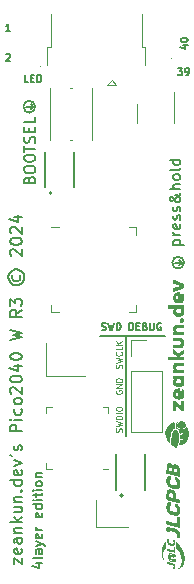
<source format=gbr>
%TF.GenerationSoftware,KiCad,Pcbnew,7.0.7*%
%TF.CreationDate,2023-10-12T13:18:41+07:00*%
%TF.ProjectId,Pico2040-Modular-Rev3-W,5069636f-3230-4343-902d-4d6f64756c61,rev?*%
%TF.SameCoordinates,Original*%
%TF.FileFunction,Legend,Top*%
%TF.FilePolarity,Positive*%
%FSLAX46Y46*%
G04 Gerber Fmt 4.6, Leading zero omitted, Abs format (unit mm)*
G04 Created by KiCad (PCBNEW 7.0.7) date 2023-10-12 13:18:41*
%MOMM*%
%LPD*%
G01*
G04 APERTURE LIST*
%ADD10C,0.150000*%
%ADD11C,0.125000*%
%ADD12C,0.175000*%
%ADD13C,0.200000*%
%ADD14C,0.100000*%
%ADD15C,0.127000*%
%ADD16C,0.120000*%
G04 APERTURE END LIST*
D10*
X87800000Y-41200000D02*
X87600000Y-41000000D01*
X83100000Y-47400000D02*
X83100000Y-55900000D01*
X87200000Y-41200000D02*
X87800000Y-41200000D01*
X80900000Y-47400000D02*
X83100000Y-47400000D01*
X83100000Y-47400000D02*
X86400000Y-47400000D01*
X75400000Y-28000000D02*
G75*
G03*
X75400000Y-28000000I-500000J0D01*
G01*
X87800000Y-41200000D02*
X87600000Y-41400000D01*
X74600000Y-28000000D02*
X75200000Y-28000000D01*
X75200000Y-28000000D02*
X75000000Y-28200000D01*
X88000000Y-41200000D02*
G75*
G03*
X88000000Y-41200000I-500000J0D01*
G01*
X75200000Y-28000000D02*
X75000000Y-27800000D01*
D11*
X82708500Y-55522525D02*
X82732309Y-55451097D01*
X82732309Y-55451097D02*
X82732309Y-55332049D01*
X82732309Y-55332049D02*
X82708500Y-55284430D01*
X82708500Y-55284430D02*
X82684690Y-55260621D01*
X82684690Y-55260621D02*
X82637071Y-55236811D01*
X82637071Y-55236811D02*
X82589452Y-55236811D01*
X82589452Y-55236811D02*
X82541833Y-55260621D01*
X82541833Y-55260621D02*
X82518023Y-55284430D01*
X82518023Y-55284430D02*
X82494214Y-55332049D01*
X82494214Y-55332049D02*
X82470404Y-55427287D01*
X82470404Y-55427287D02*
X82446595Y-55474906D01*
X82446595Y-55474906D02*
X82422785Y-55498716D01*
X82422785Y-55498716D02*
X82375166Y-55522525D01*
X82375166Y-55522525D02*
X82327547Y-55522525D01*
X82327547Y-55522525D02*
X82279928Y-55498716D01*
X82279928Y-55498716D02*
X82256119Y-55474906D01*
X82256119Y-55474906D02*
X82232309Y-55427287D01*
X82232309Y-55427287D02*
X82232309Y-55308240D01*
X82232309Y-55308240D02*
X82256119Y-55236811D01*
X82232309Y-55070145D02*
X82732309Y-54951097D01*
X82732309Y-54951097D02*
X82375166Y-54855859D01*
X82375166Y-54855859D02*
X82732309Y-54760621D01*
X82732309Y-54760621D02*
X82232309Y-54641574D01*
X82732309Y-54451097D02*
X82232309Y-54451097D01*
X82232309Y-54451097D02*
X82232309Y-54332049D01*
X82232309Y-54332049D02*
X82256119Y-54260621D01*
X82256119Y-54260621D02*
X82303738Y-54213002D01*
X82303738Y-54213002D02*
X82351357Y-54189192D01*
X82351357Y-54189192D02*
X82446595Y-54165383D01*
X82446595Y-54165383D02*
X82518023Y-54165383D01*
X82518023Y-54165383D02*
X82613261Y-54189192D01*
X82613261Y-54189192D02*
X82660880Y-54213002D01*
X82660880Y-54213002D02*
X82708500Y-54260621D01*
X82708500Y-54260621D02*
X82732309Y-54332049D01*
X82732309Y-54332049D02*
X82732309Y-54451097D01*
X82732309Y-53951097D02*
X82232309Y-53951097D01*
X82232309Y-53617764D02*
X82232309Y-53522526D01*
X82232309Y-53522526D02*
X82256119Y-53474907D01*
X82256119Y-53474907D02*
X82303738Y-53427288D01*
X82303738Y-53427288D02*
X82398976Y-53403478D01*
X82398976Y-53403478D02*
X82565642Y-53403478D01*
X82565642Y-53403478D02*
X82660880Y-53427288D01*
X82660880Y-53427288D02*
X82708500Y-53474907D01*
X82708500Y-53474907D02*
X82732309Y-53522526D01*
X82732309Y-53522526D02*
X82732309Y-53617764D01*
X82732309Y-53617764D02*
X82708500Y-53665383D01*
X82708500Y-53665383D02*
X82660880Y-53713002D01*
X82660880Y-53713002D02*
X82565642Y-53736811D01*
X82565642Y-53736811D02*
X82398976Y-53736811D01*
X82398976Y-53736811D02*
X82303738Y-53713002D01*
X82303738Y-53713002D02*
X82256119Y-53665383D01*
X82256119Y-53665383D02*
X82232309Y-53617764D01*
D10*
X74827255Y-25918771D02*
X74541541Y-25918771D01*
X74541541Y-25918771D02*
X74541541Y-25318771D01*
X75027255Y-25604485D02*
X75227255Y-25604485D01*
X75312969Y-25918771D02*
X75027255Y-25918771D01*
X75027255Y-25918771D02*
X75027255Y-25318771D01*
X75027255Y-25318771D02*
X75312969Y-25318771D01*
X75570112Y-25918771D02*
X75570112Y-25318771D01*
X75570112Y-25318771D02*
X75712969Y-25318771D01*
X75712969Y-25318771D02*
X75798683Y-25347342D01*
X75798683Y-25347342D02*
X75855826Y-25404485D01*
X75855826Y-25404485D02*
X75884397Y-25461628D01*
X75884397Y-25461628D02*
X75912969Y-25575914D01*
X75912969Y-25575914D02*
X75912969Y-25661628D01*
X75912969Y-25661628D02*
X75884397Y-25775914D01*
X75884397Y-25775914D02*
X75855826Y-25833057D01*
X75855826Y-25833057D02*
X75798683Y-25890200D01*
X75798683Y-25890200D02*
X75712969Y-25918771D01*
X75712969Y-25918771D02*
X75570112Y-25918771D01*
X81012969Y-46890200D02*
X81098684Y-46918771D01*
X81098684Y-46918771D02*
X81241541Y-46918771D01*
X81241541Y-46918771D02*
X81298684Y-46890200D01*
X81298684Y-46890200D02*
X81327255Y-46861628D01*
X81327255Y-46861628D02*
X81355826Y-46804485D01*
X81355826Y-46804485D02*
X81355826Y-46747342D01*
X81355826Y-46747342D02*
X81327255Y-46690200D01*
X81327255Y-46690200D02*
X81298684Y-46661628D01*
X81298684Y-46661628D02*
X81241541Y-46633057D01*
X81241541Y-46633057D02*
X81127255Y-46604485D01*
X81127255Y-46604485D02*
X81070112Y-46575914D01*
X81070112Y-46575914D02*
X81041541Y-46547342D01*
X81041541Y-46547342D02*
X81012969Y-46490200D01*
X81012969Y-46490200D02*
X81012969Y-46433057D01*
X81012969Y-46433057D02*
X81041541Y-46375914D01*
X81041541Y-46375914D02*
X81070112Y-46347342D01*
X81070112Y-46347342D02*
X81127255Y-46318771D01*
X81127255Y-46318771D02*
X81270112Y-46318771D01*
X81270112Y-46318771D02*
X81355826Y-46347342D01*
X81555827Y-46318771D02*
X81698684Y-46918771D01*
X81698684Y-46918771D02*
X81812970Y-46490200D01*
X81812970Y-46490200D02*
X81927255Y-46918771D01*
X81927255Y-46918771D02*
X82070113Y-46318771D01*
X82298684Y-46918771D02*
X82298684Y-46318771D01*
X82298684Y-46318771D02*
X82441541Y-46318771D01*
X82441541Y-46318771D02*
X82527255Y-46347342D01*
X82527255Y-46347342D02*
X82584398Y-46404485D01*
X82584398Y-46404485D02*
X82612969Y-46461628D01*
X82612969Y-46461628D02*
X82641541Y-46575914D01*
X82641541Y-46575914D02*
X82641541Y-46661628D01*
X82641541Y-46661628D02*
X82612969Y-46775914D01*
X82612969Y-46775914D02*
X82584398Y-46833057D01*
X82584398Y-46833057D02*
X82527255Y-46890200D01*
X82527255Y-46890200D02*
X82441541Y-46918771D01*
X82441541Y-46918771D02*
X82298684Y-46918771D01*
X83355827Y-46918771D02*
X83355827Y-46318771D01*
X83355827Y-46318771D02*
X83498684Y-46318771D01*
X83498684Y-46318771D02*
X83584398Y-46347342D01*
X83584398Y-46347342D02*
X83641541Y-46404485D01*
X83641541Y-46404485D02*
X83670112Y-46461628D01*
X83670112Y-46461628D02*
X83698684Y-46575914D01*
X83698684Y-46575914D02*
X83698684Y-46661628D01*
X83698684Y-46661628D02*
X83670112Y-46775914D01*
X83670112Y-46775914D02*
X83641541Y-46833057D01*
X83641541Y-46833057D02*
X83584398Y-46890200D01*
X83584398Y-46890200D02*
X83498684Y-46918771D01*
X83498684Y-46918771D02*
X83355827Y-46918771D01*
X83955827Y-46604485D02*
X84155827Y-46604485D01*
X84241541Y-46918771D02*
X83955827Y-46918771D01*
X83955827Y-46918771D02*
X83955827Y-46318771D01*
X83955827Y-46318771D02*
X84241541Y-46318771D01*
X84698684Y-46604485D02*
X84784398Y-46633057D01*
X84784398Y-46633057D02*
X84812969Y-46661628D01*
X84812969Y-46661628D02*
X84841541Y-46718771D01*
X84841541Y-46718771D02*
X84841541Y-46804485D01*
X84841541Y-46804485D02*
X84812969Y-46861628D01*
X84812969Y-46861628D02*
X84784398Y-46890200D01*
X84784398Y-46890200D02*
X84727255Y-46918771D01*
X84727255Y-46918771D02*
X84498684Y-46918771D01*
X84498684Y-46918771D02*
X84498684Y-46318771D01*
X84498684Y-46318771D02*
X84698684Y-46318771D01*
X84698684Y-46318771D02*
X84755827Y-46347342D01*
X84755827Y-46347342D02*
X84784398Y-46375914D01*
X84784398Y-46375914D02*
X84812969Y-46433057D01*
X84812969Y-46433057D02*
X84812969Y-46490200D01*
X84812969Y-46490200D02*
X84784398Y-46547342D01*
X84784398Y-46547342D02*
X84755827Y-46575914D01*
X84755827Y-46575914D02*
X84698684Y-46604485D01*
X84698684Y-46604485D02*
X84498684Y-46604485D01*
X85098684Y-46318771D02*
X85098684Y-46804485D01*
X85098684Y-46804485D02*
X85127255Y-46861628D01*
X85127255Y-46861628D02*
X85155827Y-46890200D01*
X85155827Y-46890200D02*
X85212969Y-46918771D01*
X85212969Y-46918771D02*
X85327255Y-46918771D01*
X85327255Y-46918771D02*
X85384398Y-46890200D01*
X85384398Y-46890200D02*
X85412969Y-46861628D01*
X85412969Y-46861628D02*
X85441541Y-46804485D01*
X85441541Y-46804485D02*
X85441541Y-46318771D01*
X86041540Y-46347342D02*
X85984398Y-46318771D01*
X85984398Y-46318771D02*
X85898683Y-46318771D01*
X85898683Y-46318771D02*
X85812969Y-46347342D01*
X85812969Y-46347342D02*
X85755826Y-46404485D01*
X85755826Y-46404485D02*
X85727255Y-46461628D01*
X85727255Y-46461628D02*
X85698683Y-46575914D01*
X85698683Y-46575914D02*
X85698683Y-46661628D01*
X85698683Y-46661628D02*
X85727255Y-46775914D01*
X85727255Y-46775914D02*
X85755826Y-46833057D01*
X85755826Y-46833057D02*
X85812969Y-46890200D01*
X85812969Y-46890200D02*
X85898683Y-46918771D01*
X85898683Y-46918771D02*
X85955826Y-46918771D01*
X85955826Y-46918771D02*
X86041540Y-46890200D01*
X86041540Y-46890200D02*
X86070112Y-46861628D01*
X86070112Y-46861628D02*
X86070112Y-46661628D01*
X86070112Y-46661628D02*
X85955826Y-46661628D01*
X73255826Y-21618771D02*
X72912969Y-21618771D01*
X73084398Y-21618771D02*
X73084398Y-21018771D01*
X73084398Y-21018771D02*
X73027255Y-21104485D01*
X73027255Y-21104485D02*
X72970112Y-21161628D01*
X72970112Y-21161628D02*
X72912969Y-21190200D01*
D12*
X87080757Y-39670583D02*
X87980757Y-39670583D01*
X87123614Y-39670583D02*
X87080757Y-39584869D01*
X87080757Y-39584869D02*
X87080757Y-39413440D01*
X87080757Y-39413440D02*
X87123614Y-39327726D01*
X87123614Y-39327726D02*
X87166471Y-39284869D01*
X87166471Y-39284869D02*
X87252185Y-39242011D01*
X87252185Y-39242011D02*
X87509328Y-39242011D01*
X87509328Y-39242011D02*
X87595042Y-39284869D01*
X87595042Y-39284869D02*
X87637900Y-39327726D01*
X87637900Y-39327726D02*
X87680757Y-39413440D01*
X87680757Y-39413440D02*
X87680757Y-39584869D01*
X87680757Y-39584869D02*
X87637900Y-39670583D01*
X87680757Y-38856297D02*
X87080757Y-38856297D01*
X87252185Y-38856297D02*
X87166471Y-38813440D01*
X87166471Y-38813440D02*
X87123614Y-38770583D01*
X87123614Y-38770583D02*
X87080757Y-38684868D01*
X87080757Y-38684868D02*
X87080757Y-38599154D01*
X87637900Y-37956297D02*
X87680757Y-38042011D01*
X87680757Y-38042011D02*
X87680757Y-38213440D01*
X87680757Y-38213440D02*
X87637900Y-38299154D01*
X87637900Y-38299154D02*
X87552185Y-38342011D01*
X87552185Y-38342011D02*
X87209328Y-38342011D01*
X87209328Y-38342011D02*
X87123614Y-38299154D01*
X87123614Y-38299154D02*
X87080757Y-38213440D01*
X87080757Y-38213440D02*
X87080757Y-38042011D01*
X87080757Y-38042011D02*
X87123614Y-37956297D01*
X87123614Y-37956297D02*
X87209328Y-37913440D01*
X87209328Y-37913440D02*
X87295042Y-37913440D01*
X87295042Y-37913440D02*
X87380757Y-38342011D01*
X87637900Y-37570582D02*
X87680757Y-37484868D01*
X87680757Y-37484868D02*
X87680757Y-37313439D01*
X87680757Y-37313439D02*
X87637900Y-37227725D01*
X87637900Y-37227725D02*
X87552185Y-37184868D01*
X87552185Y-37184868D02*
X87509328Y-37184868D01*
X87509328Y-37184868D02*
X87423614Y-37227725D01*
X87423614Y-37227725D02*
X87380757Y-37313439D01*
X87380757Y-37313439D02*
X87380757Y-37442011D01*
X87380757Y-37442011D02*
X87337900Y-37527725D01*
X87337900Y-37527725D02*
X87252185Y-37570582D01*
X87252185Y-37570582D02*
X87209328Y-37570582D01*
X87209328Y-37570582D02*
X87123614Y-37527725D01*
X87123614Y-37527725D02*
X87080757Y-37442011D01*
X87080757Y-37442011D02*
X87080757Y-37313439D01*
X87080757Y-37313439D02*
X87123614Y-37227725D01*
X87637900Y-36842011D02*
X87680757Y-36756297D01*
X87680757Y-36756297D02*
X87680757Y-36584868D01*
X87680757Y-36584868D02*
X87637900Y-36499154D01*
X87637900Y-36499154D02*
X87552185Y-36456297D01*
X87552185Y-36456297D02*
X87509328Y-36456297D01*
X87509328Y-36456297D02*
X87423614Y-36499154D01*
X87423614Y-36499154D02*
X87380757Y-36584868D01*
X87380757Y-36584868D02*
X87380757Y-36713440D01*
X87380757Y-36713440D02*
X87337900Y-36799154D01*
X87337900Y-36799154D02*
X87252185Y-36842011D01*
X87252185Y-36842011D02*
X87209328Y-36842011D01*
X87209328Y-36842011D02*
X87123614Y-36799154D01*
X87123614Y-36799154D02*
X87080757Y-36713440D01*
X87080757Y-36713440D02*
X87080757Y-36584868D01*
X87080757Y-36584868D02*
X87123614Y-36499154D01*
X87680757Y-35342011D02*
X87680757Y-35384869D01*
X87680757Y-35384869D02*
X87637900Y-35470583D01*
X87637900Y-35470583D02*
X87509328Y-35599154D01*
X87509328Y-35599154D02*
X87252185Y-35813440D01*
X87252185Y-35813440D02*
X87123614Y-35899154D01*
X87123614Y-35899154D02*
X86995042Y-35942011D01*
X86995042Y-35942011D02*
X86909328Y-35942011D01*
X86909328Y-35942011D02*
X86823614Y-35899154D01*
X86823614Y-35899154D02*
X86780757Y-35813440D01*
X86780757Y-35813440D02*
X86780757Y-35770583D01*
X86780757Y-35770583D02*
X86823614Y-35684869D01*
X86823614Y-35684869D02*
X86909328Y-35642011D01*
X86909328Y-35642011D02*
X86952185Y-35642011D01*
X86952185Y-35642011D02*
X87037900Y-35684869D01*
X87037900Y-35684869D02*
X87080757Y-35727726D01*
X87080757Y-35727726D02*
X87252185Y-35984869D01*
X87252185Y-35984869D02*
X87295042Y-36027726D01*
X87295042Y-36027726D02*
X87380757Y-36070583D01*
X87380757Y-36070583D02*
X87509328Y-36070583D01*
X87509328Y-36070583D02*
X87595042Y-36027726D01*
X87595042Y-36027726D02*
X87637900Y-35984869D01*
X87637900Y-35984869D02*
X87680757Y-35899154D01*
X87680757Y-35899154D02*
X87680757Y-35770583D01*
X87680757Y-35770583D02*
X87637900Y-35684869D01*
X87637900Y-35684869D02*
X87595042Y-35642011D01*
X87595042Y-35642011D02*
X87423614Y-35513440D01*
X87423614Y-35513440D02*
X87295042Y-35470583D01*
X87295042Y-35470583D02*
X87209328Y-35470583D01*
X87680757Y-34956297D02*
X86780757Y-34956297D01*
X87680757Y-34570583D02*
X87209328Y-34570583D01*
X87209328Y-34570583D02*
X87123614Y-34613440D01*
X87123614Y-34613440D02*
X87080757Y-34699154D01*
X87080757Y-34699154D02*
X87080757Y-34827725D01*
X87080757Y-34827725D02*
X87123614Y-34913440D01*
X87123614Y-34913440D02*
X87166471Y-34956297D01*
X87680757Y-34013439D02*
X87637900Y-34099154D01*
X87637900Y-34099154D02*
X87595042Y-34142011D01*
X87595042Y-34142011D02*
X87509328Y-34184868D01*
X87509328Y-34184868D02*
X87252185Y-34184868D01*
X87252185Y-34184868D02*
X87166471Y-34142011D01*
X87166471Y-34142011D02*
X87123614Y-34099154D01*
X87123614Y-34099154D02*
X87080757Y-34013439D01*
X87080757Y-34013439D02*
X87080757Y-33884868D01*
X87080757Y-33884868D02*
X87123614Y-33799154D01*
X87123614Y-33799154D02*
X87166471Y-33756297D01*
X87166471Y-33756297D02*
X87252185Y-33713439D01*
X87252185Y-33713439D02*
X87509328Y-33713439D01*
X87509328Y-33713439D02*
X87595042Y-33756297D01*
X87595042Y-33756297D02*
X87637900Y-33799154D01*
X87637900Y-33799154D02*
X87680757Y-33884868D01*
X87680757Y-33884868D02*
X87680757Y-34013439D01*
X87680757Y-33199153D02*
X87637900Y-33284868D01*
X87637900Y-33284868D02*
X87552185Y-33327725D01*
X87552185Y-33327725D02*
X86780757Y-33327725D01*
X87680757Y-32470582D02*
X86780757Y-32470582D01*
X87637900Y-32470582D02*
X87680757Y-32556296D01*
X87680757Y-32556296D02*
X87680757Y-32727724D01*
X87680757Y-32727724D02*
X87637900Y-32813439D01*
X87637900Y-32813439D02*
X87595042Y-32856296D01*
X87595042Y-32856296D02*
X87509328Y-32899153D01*
X87509328Y-32899153D02*
X87252185Y-32899153D01*
X87252185Y-32899153D02*
X87166471Y-32856296D01*
X87166471Y-32856296D02*
X87123614Y-32813439D01*
X87123614Y-32813439D02*
X87080757Y-32727724D01*
X87080757Y-32727724D02*
X87080757Y-32556296D01*
X87080757Y-32556296D02*
X87123614Y-32470582D01*
D13*
X73600552Y-66725564D02*
X73600552Y-66201755D01*
X73600552Y-66201755D02*
X74267219Y-66725564D01*
X74267219Y-66725564D02*
X74267219Y-66201755D01*
X74219600Y-65439850D02*
X74267219Y-65535088D01*
X74267219Y-65535088D02*
X74267219Y-65725564D01*
X74267219Y-65725564D02*
X74219600Y-65820802D01*
X74219600Y-65820802D02*
X74124361Y-65868421D01*
X74124361Y-65868421D02*
X73743409Y-65868421D01*
X73743409Y-65868421D02*
X73648171Y-65820802D01*
X73648171Y-65820802D02*
X73600552Y-65725564D01*
X73600552Y-65725564D02*
X73600552Y-65535088D01*
X73600552Y-65535088D02*
X73648171Y-65439850D01*
X73648171Y-65439850D02*
X73743409Y-65392231D01*
X73743409Y-65392231D02*
X73838647Y-65392231D01*
X73838647Y-65392231D02*
X73933885Y-65868421D01*
X74267219Y-64535088D02*
X73743409Y-64535088D01*
X73743409Y-64535088D02*
X73648171Y-64582707D01*
X73648171Y-64582707D02*
X73600552Y-64677945D01*
X73600552Y-64677945D02*
X73600552Y-64868421D01*
X73600552Y-64868421D02*
X73648171Y-64963659D01*
X74219600Y-64535088D02*
X74267219Y-64630326D01*
X74267219Y-64630326D02*
X74267219Y-64868421D01*
X74267219Y-64868421D02*
X74219600Y-64963659D01*
X74219600Y-64963659D02*
X74124361Y-65011278D01*
X74124361Y-65011278D02*
X74029123Y-65011278D01*
X74029123Y-65011278D02*
X73933885Y-64963659D01*
X73933885Y-64963659D02*
X73886266Y-64868421D01*
X73886266Y-64868421D02*
X73886266Y-64630326D01*
X73886266Y-64630326D02*
X73838647Y-64535088D01*
X73600552Y-64058897D02*
X74267219Y-64058897D01*
X73695790Y-64058897D02*
X73648171Y-64011278D01*
X73648171Y-64011278D02*
X73600552Y-63916040D01*
X73600552Y-63916040D02*
X73600552Y-63773183D01*
X73600552Y-63773183D02*
X73648171Y-63677945D01*
X73648171Y-63677945D02*
X73743409Y-63630326D01*
X73743409Y-63630326D02*
X74267219Y-63630326D01*
X74267219Y-63154135D02*
X73267219Y-63154135D01*
X73886266Y-63058897D02*
X74267219Y-62773183D01*
X73600552Y-62773183D02*
X73981504Y-63154135D01*
X73600552Y-61916040D02*
X74267219Y-61916040D01*
X73600552Y-62344611D02*
X74124361Y-62344611D01*
X74124361Y-62344611D02*
X74219600Y-62296992D01*
X74219600Y-62296992D02*
X74267219Y-62201754D01*
X74267219Y-62201754D02*
X74267219Y-62058897D01*
X74267219Y-62058897D02*
X74219600Y-61963659D01*
X74219600Y-61963659D02*
X74171980Y-61916040D01*
X73600552Y-61439849D02*
X74267219Y-61439849D01*
X73695790Y-61439849D02*
X73648171Y-61392230D01*
X73648171Y-61392230D02*
X73600552Y-61296992D01*
X73600552Y-61296992D02*
X73600552Y-61154135D01*
X73600552Y-61154135D02*
X73648171Y-61058897D01*
X73648171Y-61058897D02*
X73743409Y-61011278D01*
X73743409Y-61011278D02*
X74267219Y-61011278D01*
X74171980Y-60535087D02*
X74219600Y-60487468D01*
X74219600Y-60487468D02*
X74267219Y-60535087D01*
X74267219Y-60535087D02*
X74219600Y-60582706D01*
X74219600Y-60582706D02*
X74171980Y-60535087D01*
X74171980Y-60535087D02*
X74267219Y-60535087D01*
X74267219Y-59630326D02*
X73267219Y-59630326D01*
X74219600Y-59630326D02*
X74267219Y-59725564D01*
X74267219Y-59725564D02*
X74267219Y-59916040D01*
X74267219Y-59916040D02*
X74219600Y-60011278D01*
X74219600Y-60011278D02*
X74171980Y-60058897D01*
X74171980Y-60058897D02*
X74076742Y-60106516D01*
X74076742Y-60106516D02*
X73791028Y-60106516D01*
X73791028Y-60106516D02*
X73695790Y-60058897D01*
X73695790Y-60058897D02*
X73648171Y-60011278D01*
X73648171Y-60011278D02*
X73600552Y-59916040D01*
X73600552Y-59916040D02*
X73600552Y-59725564D01*
X73600552Y-59725564D02*
X73648171Y-59630326D01*
X74219600Y-58773183D02*
X74267219Y-58868421D01*
X74267219Y-58868421D02*
X74267219Y-59058897D01*
X74267219Y-59058897D02*
X74219600Y-59154135D01*
X74219600Y-59154135D02*
X74124361Y-59201754D01*
X74124361Y-59201754D02*
X73743409Y-59201754D01*
X73743409Y-59201754D02*
X73648171Y-59154135D01*
X73648171Y-59154135D02*
X73600552Y-59058897D01*
X73600552Y-59058897D02*
X73600552Y-58868421D01*
X73600552Y-58868421D02*
X73648171Y-58773183D01*
X73648171Y-58773183D02*
X73743409Y-58725564D01*
X73743409Y-58725564D02*
X73838647Y-58725564D01*
X73838647Y-58725564D02*
X73933885Y-59201754D01*
X73600552Y-58392230D02*
X74267219Y-58154135D01*
X74267219Y-58154135D02*
X73600552Y-57916040D01*
X73267219Y-57487468D02*
X73457695Y-57582706D01*
X74219600Y-57106516D02*
X74267219Y-57011278D01*
X74267219Y-57011278D02*
X74267219Y-56820802D01*
X74267219Y-56820802D02*
X74219600Y-56725564D01*
X74219600Y-56725564D02*
X74124361Y-56677945D01*
X74124361Y-56677945D02*
X74076742Y-56677945D01*
X74076742Y-56677945D02*
X73981504Y-56725564D01*
X73981504Y-56725564D02*
X73933885Y-56820802D01*
X73933885Y-56820802D02*
X73933885Y-56963659D01*
X73933885Y-56963659D02*
X73886266Y-57058897D01*
X73886266Y-57058897D02*
X73791028Y-57106516D01*
X73791028Y-57106516D02*
X73743409Y-57106516D01*
X73743409Y-57106516D02*
X73648171Y-57058897D01*
X73648171Y-57058897D02*
X73600552Y-56963659D01*
X73600552Y-56963659D02*
X73600552Y-56820802D01*
X73600552Y-56820802D02*
X73648171Y-56725564D01*
X74267219Y-55487468D02*
X73267219Y-55487468D01*
X73267219Y-55487468D02*
X73267219Y-55106516D01*
X73267219Y-55106516D02*
X73314838Y-55011278D01*
X73314838Y-55011278D02*
X73362457Y-54963659D01*
X73362457Y-54963659D02*
X73457695Y-54916040D01*
X73457695Y-54916040D02*
X73600552Y-54916040D01*
X73600552Y-54916040D02*
X73695790Y-54963659D01*
X73695790Y-54963659D02*
X73743409Y-55011278D01*
X73743409Y-55011278D02*
X73791028Y-55106516D01*
X73791028Y-55106516D02*
X73791028Y-55487468D01*
X74267219Y-54487468D02*
X73600552Y-54487468D01*
X73267219Y-54487468D02*
X73314838Y-54535087D01*
X73314838Y-54535087D02*
X73362457Y-54487468D01*
X73362457Y-54487468D02*
X73314838Y-54439849D01*
X73314838Y-54439849D02*
X73267219Y-54487468D01*
X73267219Y-54487468D02*
X73362457Y-54487468D01*
X74219600Y-53582707D02*
X74267219Y-53677945D01*
X74267219Y-53677945D02*
X74267219Y-53868421D01*
X74267219Y-53868421D02*
X74219600Y-53963659D01*
X74219600Y-53963659D02*
X74171980Y-54011278D01*
X74171980Y-54011278D02*
X74076742Y-54058897D01*
X74076742Y-54058897D02*
X73791028Y-54058897D01*
X73791028Y-54058897D02*
X73695790Y-54011278D01*
X73695790Y-54011278D02*
X73648171Y-53963659D01*
X73648171Y-53963659D02*
X73600552Y-53868421D01*
X73600552Y-53868421D02*
X73600552Y-53677945D01*
X73600552Y-53677945D02*
X73648171Y-53582707D01*
X74267219Y-53011278D02*
X74219600Y-53106516D01*
X74219600Y-53106516D02*
X74171980Y-53154135D01*
X74171980Y-53154135D02*
X74076742Y-53201754D01*
X74076742Y-53201754D02*
X73791028Y-53201754D01*
X73791028Y-53201754D02*
X73695790Y-53154135D01*
X73695790Y-53154135D02*
X73648171Y-53106516D01*
X73648171Y-53106516D02*
X73600552Y-53011278D01*
X73600552Y-53011278D02*
X73600552Y-52868421D01*
X73600552Y-52868421D02*
X73648171Y-52773183D01*
X73648171Y-52773183D02*
X73695790Y-52725564D01*
X73695790Y-52725564D02*
X73791028Y-52677945D01*
X73791028Y-52677945D02*
X74076742Y-52677945D01*
X74076742Y-52677945D02*
X74171980Y-52725564D01*
X74171980Y-52725564D02*
X74219600Y-52773183D01*
X74219600Y-52773183D02*
X74267219Y-52868421D01*
X74267219Y-52868421D02*
X74267219Y-53011278D01*
X73362457Y-52296992D02*
X73314838Y-52249373D01*
X73314838Y-52249373D02*
X73267219Y-52154135D01*
X73267219Y-52154135D02*
X73267219Y-51916040D01*
X73267219Y-51916040D02*
X73314838Y-51820802D01*
X73314838Y-51820802D02*
X73362457Y-51773183D01*
X73362457Y-51773183D02*
X73457695Y-51725564D01*
X73457695Y-51725564D02*
X73552933Y-51725564D01*
X73552933Y-51725564D02*
X73695790Y-51773183D01*
X73695790Y-51773183D02*
X74267219Y-52344611D01*
X74267219Y-52344611D02*
X74267219Y-51725564D01*
X73267219Y-51106516D02*
X73267219Y-51011278D01*
X73267219Y-51011278D02*
X73314838Y-50916040D01*
X73314838Y-50916040D02*
X73362457Y-50868421D01*
X73362457Y-50868421D02*
X73457695Y-50820802D01*
X73457695Y-50820802D02*
X73648171Y-50773183D01*
X73648171Y-50773183D02*
X73886266Y-50773183D01*
X73886266Y-50773183D02*
X74076742Y-50820802D01*
X74076742Y-50820802D02*
X74171980Y-50868421D01*
X74171980Y-50868421D02*
X74219600Y-50916040D01*
X74219600Y-50916040D02*
X74267219Y-51011278D01*
X74267219Y-51011278D02*
X74267219Y-51106516D01*
X74267219Y-51106516D02*
X74219600Y-51201754D01*
X74219600Y-51201754D02*
X74171980Y-51249373D01*
X74171980Y-51249373D02*
X74076742Y-51296992D01*
X74076742Y-51296992D02*
X73886266Y-51344611D01*
X73886266Y-51344611D02*
X73648171Y-51344611D01*
X73648171Y-51344611D02*
X73457695Y-51296992D01*
X73457695Y-51296992D02*
X73362457Y-51249373D01*
X73362457Y-51249373D02*
X73314838Y-51201754D01*
X73314838Y-51201754D02*
X73267219Y-51106516D01*
X73600552Y-49916040D02*
X74267219Y-49916040D01*
X73219600Y-50154135D02*
X73933885Y-50392230D01*
X73933885Y-50392230D02*
X73933885Y-49773183D01*
X73267219Y-49201754D02*
X73267219Y-49106516D01*
X73267219Y-49106516D02*
X73314838Y-49011278D01*
X73314838Y-49011278D02*
X73362457Y-48963659D01*
X73362457Y-48963659D02*
X73457695Y-48916040D01*
X73457695Y-48916040D02*
X73648171Y-48868421D01*
X73648171Y-48868421D02*
X73886266Y-48868421D01*
X73886266Y-48868421D02*
X74076742Y-48916040D01*
X74076742Y-48916040D02*
X74171980Y-48963659D01*
X74171980Y-48963659D02*
X74219600Y-49011278D01*
X74219600Y-49011278D02*
X74267219Y-49106516D01*
X74267219Y-49106516D02*
X74267219Y-49201754D01*
X74267219Y-49201754D02*
X74219600Y-49296992D01*
X74219600Y-49296992D02*
X74171980Y-49344611D01*
X74171980Y-49344611D02*
X74076742Y-49392230D01*
X74076742Y-49392230D02*
X73886266Y-49439849D01*
X73886266Y-49439849D02*
X73648171Y-49439849D01*
X73648171Y-49439849D02*
X73457695Y-49392230D01*
X73457695Y-49392230D02*
X73362457Y-49344611D01*
X73362457Y-49344611D02*
X73314838Y-49296992D01*
X73314838Y-49296992D02*
X73267219Y-49201754D01*
X73267219Y-47773182D02*
X74267219Y-47535087D01*
X74267219Y-47535087D02*
X73552933Y-47344611D01*
X73552933Y-47344611D02*
X74267219Y-47154135D01*
X74267219Y-47154135D02*
X73267219Y-46916040D01*
X74267219Y-45201754D02*
X73791028Y-45535087D01*
X74267219Y-45773182D02*
X73267219Y-45773182D01*
X73267219Y-45773182D02*
X73267219Y-45392230D01*
X73267219Y-45392230D02*
X73314838Y-45296992D01*
X73314838Y-45296992D02*
X73362457Y-45249373D01*
X73362457Y-45249373D02*
X73457695Y-45201754D01*
X73457695Y-45201754D02*
X73600552Y-45201754D01*
X73600552Y-45201754D02*
X73695790Y-45249373D01*
X73695790Y-45249373D02*
X73743409Y-45296992D01*
X73743409Y-45296992D02*
X73791028Y-45392230D01*
X73791028Y-45392230D02*
X73791028Y-45773182D01*
X73267219Y-44868420D02*
X73267219Y-44249373D01*
X73267219Y-44249373D02*
X73648171Y-44582706D01*
X73648171Y-44582706D02*
X73648171Y-44439849D01*
X73648171Y-44439849D02*
X73695790Y-44344611D01*
X73695790Y-44344611D02*
X73743409Y-44296992D01*
X73743409Y-44296992D02*
X73838647Y-44249373D01*
X73838647Y-44249373D02*
X74076742Y-44249373D01*
X74076742Y-44249373D02*
X74171980Y-44296992D01*
X74171980Y-44296992D02*
X74219600Y-44344611D01*
X74219600Y-44344611D02*
X74267219Y-44439849D01*
X74267219Y-44439849D02*
X74267219Y-44725563D01*
X74267219Y-44725563D02*
X74219600Y-44820801D01*
X74219600Y-44820801D02*
X74171980Y-44868420D01*
X73505314Y-42249372D02*
X73457695Y-42344611D01*
X73457695Y-42344611D02*
X73457695Y-42535087D01*
X73457695Y-42535087D02*
X73505314Y-42630325D01*
X73505314Y-42630325D02*
X73600552Y-42725563D01*
X73600552Y-42725563D02*
X73695790Y-42773182D01*
X73695790Y-42773182D02*
X73886266Y-42773182D01*
X73886266Y-42773182D02*
X73981504Y-42725563D01*
X73981504Y-42725563D02*
X74076742Y-42630325D01*
X74076742Y-42630325D02*
X74124361Y-42535087D01*
X74124361Y-42535087D02*
X74124361Y-42344611D01*
X74124361Y-42344611D02*
X74076742Y-42249372D01*
X73124361Y-42439849D02*
X73171980Y-42677944D01*
X73171980Y-42677944D02*
X73314838Y-42916039D01*
X73314838Y-42916039D02*
X73552933Y-43058896D01*
X73552933Y-43058896D02*
X73791028Y-43106515D01*
X73791028Y-43106515D02*
X74029123Y-43058896D01*
X74029123Y-43058896D02*
X74267219Y-42916039D01*
X74267219Y-42916039D02*
X74410076Y-42677944D01*
X74410076Y-42677944D02*
X74457695Y-42439849D01*
X74457695Y-42439849D02*
X74410076Y-42201753D01*
X74410076Y-42201753D02*
X74267219Y-41963658D01*
X74267219Y-41963658D02*
X74029123Y-41820801D01*
X74029123Y-41820801D02*
X73791028Y-41773182D01*
X73791028Y-41773182D02*
X73552933Y-41820801D01*
X73552933Y-41820801D02*
X73314838Y-41963658D01*
X73314838Y-41963658D02*
X73171980Y-42201753D01*
X73171980Y-42201753D02*
X73124361Y-42439849D01*
X73362457Y-40630324D02*
X73314838Y-40582705D01*
X73314838Y-40582705D02*
X73267219Y-40487467D01*
X73267219Y-40487467D02*
X73267219Y-40249372D01*
X73267219Y-40249372D02*
X73314838Y-40154134D01*
X73314838Y-40154134D02*
X73362457Y-40106515D01*
X73362457Y-40106515D02*
X73457695Y-40058896D01*
X73457695Y-40058896D02*
X73552933Y-40058896D01*
X73552933Y-40058896D02*
X73695790Y-40106515D01*
X73695790Y-40106515D02*
X74267219Y-40677943D01*
X74267219Y-40677943D02*
X74267219Y-40058896D01*
X73267219Y-39439848D02*
X73267219Y-39344610D01*
X73267219Y-39344610D02*
X73314838Y-39249372D01*
X73314838Y-39249372D02*
X73362457Y-39201753D01*
X73362457Y-39201753D02*
X73457695Y-39154134D01*
X73457695Y-39154134D02*
X73648171Y-39106515D01*
X73648171Y-39106515D02*
X73886266Y-39106515D01*
X73886266Y-39106515D02*
X74076742Y-39154134D01*
X74076742Y-39154134D02*
X74171980Y-39201753D01*
X74171980Y-39201753D02*
X74219600Y-39249372D01*
X74219600Y-39249372D02*
X74267219Y-39344610D01*
X74267219Y-39344610D02*
X74267219Y-39439848D01*
X74267219Y-39439848D02*
X74219600Y-39535086D01*
X74219600Y-39535086D02*
X74171980Y-39582705D01*
X74171980Y-39582705D02*
X74076742Y-39630324D01*
X74076742Y-39630324D02*
X73886266Y-39677943D01*
X73886266Y-39677943D02*
X73648171Y-39677943D01*
X73648171Y-39677943D02*
X73457695Y-39630324D01*
X73457695Y-39630324D02*
X73362457Y-39582705D01*
X73362457Y-39582705D02*
X73314838Y-39535086D01*
X73314838Y-39535086D02*
X73267219Y-39439848D01*
X73362457Y-38725562D02*
X73314838Y-38677943D01*
X73314838Y-38677943D02*
X73267219Y-38582705D01*
X73267219Y-38582705D02*
X73267219Y-38344610D01*
X73267219Y-38344610D02*
X73314838Y-38249372D01*
X73314838Y-38249372D02*
X73362457Y-38201753D01*
X73362457Y-38201753D02*
X73457695Y-38154134D01*
X73457695Y-38154134D02*
X73552933Y-38154134D01*
X73552933Y-38154134D02*
X73695790Y-38201753D01*
X73695790Y-38201753D02*
X74267219Y-38773181D01*
X74267219Y-38773181D02*
X74267219Y-38154134D01*
X73600552Y-37296991D02*
X74267219Y-37296991D01*
X73219600Y-37535086D02*
X73933885Y-37773181D01*
X73933885Y-37773181D02*
X73933885Y-37154134D01*
D11*
X82256119Y-52036811D02*
X82232309Y-52084430D01*
X82232309Y-52084430D02*
X82232309Y-52155859D01*
X82232309Y-52155859D02*
X82256119Y-52227287D01*
X82256119Y-52227287D02*
X82303738Y-52274906D01*
X82303738Y-52274906D02*
X82351357Y-52298716D01*
X82351357Y-52298716D02*
X82446595Y-52322525D01*
X82446595Y-52322525D02*
X82518023Y-52322525D01*
X82518023Y-52322525D02*
X82613261Y-52298716D01*
X82613261Y-52298716D02*
X82660880Y-52274906D01*
X82660880Y-52274906D02*
X82708500Y-52227287D01*
X82708500Y-52227287D02*
X82732309Y-52155859D01*
X82732309Y-52155859D02*
X82732309Y-52108240D01*
X82732309Y-52108240D02*
X82708500Y-52036811D01*
X82708500Y-52036811D02*
X82684690Y-52013002D01*
X82684690Y-52013002D02*
X82518023Y-52013002D01*
X82518023Y-52013002D02*
X82518023Y-52108240D01*
X82732309Y-51798716D02*
X82232309Y-51798716D01*
X82232309Y-51798716D02*
X82732309Y-51513002D01*
X82732309Y-51513002D02*
X82232309Y-51513002D01*
X82732309Y-51274906D02*
X82232309Y-51274906D01*
X82232309Y-51274906D02*
X82232309Y-51155858D01*
X82232309Y-51155858D02*
X82256119Y-51084430D01*
X82256119Y-51084430D02*
X82303738Y-51036811D01*
X82303738Y-51036811D02*
X82351357Y-51013001D01*
X82351357Y-51013001D02*
X82446595Y-50989192D01*
X82446595Y-50989192D02*
X82518023Y-50989192D01*
X82518023Y-50989192D02*
X82613261Y-51013001D01*
X82613261Y-51013001D02*
X82660880Y-51036811D01*
X82660880Y-51036811D02*
X82708500Y-51084430D01*
X82708500Y-51084430D02*
X82732309Y-51155858D01*
X82732309Y-51155858D02*
X82732309Y-51274906D01*
D12*
X74909328Y-34170583D02*
X74952185Y-34042011D01*
X74952185Y-34042011D02*
X74995042Y-33999154D01*
X74995042Y-33999154D02*
X75080757Y-33956297D01*
X75080757Y-33956297D02*
X75209328Y-33956297D01*
X75209328Y-33956297D02*
X75295042Y-33999154D01*
X75295042Y-33999154D02*
X75337900Y-34042011D01*
X75337900Y-34042011D02*
X75380757Y-34127726D01*
X75380757Y-34127726D02*
X75380757Y-34470583D01*
X75380757Y-34470583D02*
X74480757Y-34470583D01*
X74480757Y-34470583D02*
X74480757Y-34170583D01*
X74480757Y-34170583D02*
X74523614Y-34084869D01*
X74523614Y-34084869D02*
X74566471Y-34042011D01*
X74566471Y-34042011D02*
X74652185Y-33999154D01*
X74652185Y-33999154D02*
X74737900Y-33999154D01*
X74737900Y-33999154D02*
X74823614Y-34042011D01*
X74823614Y-34042011D02*
X74866471Y-34084869D01*
X74866471Y-34084869D02*
X74909328Y-34170583D01*
X74909328Y-34170583D02*
X74909328Y-34470583D01*
X74480757Y-33399154D02*
X74480757Y-33227726D01*
X74480757Y-33227726D02*
X74523614Y-33142011D01*
X74523614Y-33142011D02*
X74609328Y-33056297D01*
X74609328Y-33056297D02*
X74780757Y-33013440D01*
X74780757Y-33013440D02*
X75080757Y-33013440D01*
X75080757Y-33013440D02*
X75252185Y-33056297D01*
X75252185Y-33056297D02*
X75337900Y-33142011D01*
X75337900Y-33142011D02*
X75380757Y-33227726D01*
X75380757Y-33227726D02*
X75380757Y-33399154D01*
X75380757Y-33399154D02*
X75337900Y-33484869D01*
X75337900Y-33484869D02*
X75252185Y-33570583D01*
X75252185Y-33570583D02*
X75080757Y-33613440D01*
X75080757Y-33613440D02*
X74780757Y-33613440D01*
X74780757Y-33613440D02*
X74609328Y-33570583D01*
X74609328Y-33570583D02*
X74523614Y-33484869D01*
X74523614Y-33484869D02*
X74480757Y-33399154D01*
X74480757Y-32456297D02*
X74480757Y-32284869D01*
X74480757Y-32284869D02*
X74523614Y-32199154D01*
X74523614Y-32199154D02*
X74609328Y-32113440D01*
X74609328Y-32113440D02*
X74780757Y-32070583D01*
X74780757Y-32070583D02*
X75080757Y-32070583D01*
X75080757Y-32070583D02*
X75252185Y-32113440D01*
X75252185Y-32113440D02*
X75337900Y-32199154D01*
X75337900Y-32199154D02*
X75380757Y-32284869D01*
X75380757Y-32284869D02*
X75380757Y-32456297D01*
X75380757Y-32456297D02*
X75337900Y-32542012D01*
X75337900Y-32542012D02*
X75252185Y-32627726D01*
X75252185Y-32627726D02*
X75080757Y-32670583D01*
X75080757Y-32670583D02*
X74780757Y-32670583D01*
X74780757Y-32670583D02*
X74609328Y-32627726D01*
X74609328Y-32627726D02*
X74523614Y-32542012D01*
X74523614Y-32542012D02*
X74480757Y-32456297D01*
X74480757Y-31813440D02*
X74480757Y-31299155D01*
X75380757Y-31556297D02*
X74480757Y-31556297D01*
X75337900Y-31042012D02*
X75380757Y-30913441D01*
X75380757Y-30913441D02*
X75380757Y-30699155D01*
X75380757Y-30699155D02*
X75337900Y-30613441D01*
X75337900Y-30613441D02*
X75295042Y-30570583D01*
X75295042Y-30570583D02*
X75209328Y-30527726D01*
X75209328Y-30527726D02*
X75123614Y-30527726D01*
X75123614Y-30527726D02*
X75037900Y-30570583D01*
X75037900Y-30570583D02*
X74995042Y-30613441D01*
X74995042Y-30613441D02*
X74952185Y-30699155D01*
X74952185Y-30699155D02*
X74909328Y-30870583D01*
X74909328Y-30870583D02*
X74866471Y-30956298D01*
X74866471Y-30956298D02*
X74823614Y-30999155D01*
X74823614Y-30999155D02*
X74737900Y-31042012D01*
X74737900Y-31042012D02*
X74652185Y-31042012D01*
X74652185Y-31042012D02*
X74566471Y-30999155D01*
X74566471Y-30999155D02*
X74523614Y-30956298D01*
X74523614Y-30956298D02*
X74480757Y-30870583D01*
X74480757Y-30870583D02*
X74480757Y-30656298D01*
X74480757Y-30656298D02*
X74523614Y-30527726D01*
X74909328Y-30142012D02*
X74909328Y-29842012D01*
X75380757Y-29713440D02*
X75380757Y-30142012D01*
X75380757Y-30142012D02*
X74480757Y-30142012D01*
X74480757Y-30142012D02*
X74480757Y-29713440D01*
X75380757Y-28899154D02*
X75380757Y-29327726D01*
X75380757Y-29327726D02*
X74480757Y-29327726D01*
D10*
X72912969Y-23575914D02*
X72941541Y-23547342D01*
X72941541Y-23547342D02*
X72998684Y-23518771D01*
X72998684Y-23518771D02*
X73141541Y-23518771D01*
X73141541Y-23518771D02*
X73198684Y-23547342D01*
X73198684Y-23547342D02*
X73227255Y-23575914D01*
X73227255Y-23575914D02*
X73255826Y-23633057D01*
X73255826Y-23633057D02*
X73255826Y-23690200D01*
X73255826Y-23690200D02*
X73227255Y-23775914D01*
X73227255Y-23775914D02*
X72884398Y-24118771D01*
X72884398Y-24118771D02*
X73255826Y-24118771D01*
X75460961Y-66667982D02*
X75994295Y-66667982D01*
X75156200Y-66858458D02*
X75727628Y-67048935D01*
X75727628Y-67048935D02*
X75727628Y-66553696D01*
X75994295Y-66134649D02*
X75956200Y-66210839D01*
X75956200Y-66210839D02*
X75880009Y-66248934D01*
X75880009Y-66248934D02*
X75194295Y-66248934D01*
X75994295Y-65487029D02*
X75575247Y-65487029D01*
X75575247Y-65487029D02*
X75499057Y-65525124D01*
X75499057Y-65525124D02*
X75460961Y-65601315D01*
X75460961Y-65601315D02*
X75460961Y-65753696D01*
X75460961Y-65753696D02*
X75499057Y-65829886D01*
X75956200Y-65487029D02*
X75994295Y-65563220D01*
X75994295Y-65563220D02*
X75994295Y-65753696D01*
X75994295Y-65753696D02*
X75956200Y-65829886D01*
X75956200Y-65829886D02*
X75880009Y-65867982D01*
X75880009Y-65867982D02*
X75803819Y-65867982D01*
X75803819Y-65867982D02*
X75727628Y-65829886D01*
X75727628Y-65829886D02*
X75689533Y-65753696D01*
X75689533Y-65753696D02*
X75689533Y-65563220D01*
X75689533Y-65563220D02*
X75651438Y-65487029D01*
X75460961Y-65182267D02*
X75994295Y-64991791D01*
X75460961Y-64801314D02*
X75994295Y-64991791D01*
X75994295Y-64991791D02*
X76184771Y-65067981D01*
X76184771Y-65067981D02*
X76222866Y-65106076D01*
X76222866Y-65106076D02*
X76260961Y-65182267D01*
X75956200Y-64191790D02*
X75994295Y-64267981D01*
X75994295Y-64267981D02*
X75994295Y-64420362D01*
X75994295Y-64420362D02*
X75956200Y-64496552D01*
X75956200Y-64496552D02*
X75880009Y-64534648D01*
X75880009Y-64534648D02*
X75575247Y-64534648D01*
X75575247Y-64534648D02*
X75499057Y-64496552D01*
X75499057Y-64496552D02*
X75460961Y-64420362D01*
X75460961Y-64420362D02*
X75460961Y-64267981D01*
X75460961Y-64267981D02*
X75499057Y-64191790D01*
X75499057Y-64191790D02*
X75575247Y-64153695D01*
X75575247Y-64153695D02*
X75651438Y-64153695D01*
X75651438Y-64153695D02*
X75727628Y-64534648D01*
X75994295Y-63810838D02*
X75460961Y-63810838D01*
X75613342Y-63810838D02*
X75537152Y-63772743D01*
X75537152Y-63772743D02*
X75499057Y-63734648D01*
X75499057Y-63734648D02*
X75460961Y-63658457D01*
X75460961Y-63658457D02*
X75460961Y-63582267D01*
X75956200Y-62401314D02*
X75994295Y-62477505D01*
X75994295Y-62477505D02*
X75994295Y-62629886D01*
X75994295Y-62629886D02*
X75956200Y-62706076D01*
X75956200Y-62706076D02*
X75880009Y-62744172D01*
X75880009Y-62744172D02*
X75575247Y-62744172D01*
X75575247Y-62744172D02*
X75499057Y-62706076D01*
X75499057Y-62706076D02*
X75460961Y-62629886D01*
X75460961Y-62629886D02*
X75460961Y-62477505D01*
X75460961Y-62477505D02*
X75499057Y-62401314D01*
X75499057Y-62401314D02*
X75575247Y-62363219D01*
X75575247Y-62363219D02*
X75651438Y-62363219D01*
X75651438Y-62363219D02*
X75727628Y-62744172D01*
X75994295Y-61677505D02*
X75194295Y-61677505D01*
X75956200Y-61677505D02*
X75994295Y-61753696D01*
X75994295Y-61753696D02*
X75994295Y-61906077D01*
X75994295Y-61906077D02*
X75956200Y-61982267D01*
X75956200Y-61982267D02*
X75918104Y-62020362D01*
X75918104Y-62020362D02*
X75841914Y-62058458D01*
X75841914Y-62058458D02*
X75613342Y-62058458D01*
X75613342Y-62058458D02*
X75537152Y-62020362D01*
X75537152Y-62020362D02*
X75499057Y-61982267D01*
X75499057Y-61982267D02*
X75460961Y-61906077D01*
X75460961Y-61906077D02*
X75460961Y-61753696D01*
X75460961Y-61753696D02*
X75499057Y-61677505D01*
X75994295Y-61296552D02*
X75460961Y-61296552D01*
X75194295Y-61296552D02*
X75232390Y-61334648D01*
X75232390Y-61334648D02*
X75270485Y-61296552D01*
X75270485Y-61296552D02*
X75232390Y-61258457D01*
X75232390Y-61258457D02*
X75194295Y-61296552D01*
X75194295Y-61296552D02*
X75270485Y-61296552D01*
X75460961Y-61029886D02*
X75460961Y-60725124D01*
X75194295Y-60915600D02*
X75880009Y-60915600D01*
X75880009Y-60915600D02*
X75956200Y-60877505D01*
X75956200Y-60877505D02*
X75994295Y-60801315D01*
X75994295Y-60801315D02*
X75994295Y-60725124D01*
X75994295Y-60458457D02*
X75460961Y-60458457D01*
X75194295Y-60458457D02*
X75232390Y-60496553D01*
X75232390Y-60496553D02*
X75270485Y-60458457D01*
X75270485Y-60458457D02*
X75232390Y-60420362D01*
X75232390Y-60420362D02*
X75194295Y-60458457D01*
X75194295Y-60458457D02*
X75270485Y-60458457D01*
X75994295Y-59963220D02*
X75956200Y-60039410D01*
X75956200Y-60039410D02*
X75918104Y-60077505D01*
X75918104Y-60077505D02*
X75841914Y-60115601D01*
X75841914Y-60115601D02*
X75613342Y-60115601D01*
X75613342Y-60115601D02*
X75537152Y-60077505D01*
X75537152Y-60077505D02*
X75499057Y-60039410D01*
X75499057Y-60039410D02*
X75460961Y-59963220D01*
X75460961Y-59963220D02*
X75460961Y-59848934D01*
X75460961Y-59848934D02*
X75499057Y-59772743D01*
X75499057Y-59772743D02*
X75537152Y-59734648D01*
X75537152Y-59734648D02*
X75613342Y-59696553D01*
X75613342Y-59696553D02*
X75841914Y-59696553D01*
X75841914Y-59696553D02*
X75918104Y-59734648D01*
X75918104Y-59734648D02*
X75956200Y-59772743D01*
X75956200Y-59772743D02*
X75994295Y-59848934D01*
X75994295Y-59848934D02*
X75994295Y-59963220D01*
X75460961Y-59353695D02*
X75994295Y-59353695D01*
X75537152Y-59353695D02*
X75499057Y-59315600D01*
X75499057Y-59315600D02*
X75460961Y-59239410D01*
X75460961Y-59239410D02*
X75460961Y-59125124D01*
X75460961Y-59125124D02*
X75499057Y-59048933D01*
X75499057Y-59048933D02*
X75575247Y-59010838D01*
X75575247Y-59010838D02*
X75994295Y-59010838D01*
X87484398Y-24718771D02*
X87855826Y-24718771D01*
X87855826Y-24718771D02*
X87655826Y-24947342D01*
X87655826Y-24947342D02*
X87741541Y-24947342D01*
X87741541Y-24947342D02*
X87798684Y-24975914D01*
X87798684Y-24975914D02*
X87827255Y-25004485D01*
X87827255Y-25004485D02*
X87855826Y-25061628D01*
X87855826Y-25061628D02*
X87855826Y-25204485D01*
X87855826Y-25204485D02*
X87827255Y-25261628D01*
X87827255Y-25261628D02*
X87798684Y-25290200D01*
X87798684Y-25290200D02*
X87741541Y-25318771D01*
X87741541Y-25318771D02*
X87570112Y-25318771D01*
X87570112Y-25318771D02*
X87512969Y-25290200D01*
X87512969Y-25290200D02*
X87484398Y-25261628D01*
X88141541Y-25318771D02*
X88255827Y-25318771D01*
X88255827Y-25318771D02*
X88312970Y-25290200D01*
X88312970Y-25290200D02*
X88341541Y-25261628D01*
X88341541Y-25261628D02*
X88398684Y-25175914D01*
X88398684Y-25175914D02*
X88427255Y-25061628D01*
X88427255Y-25061628D02*
X88427255Y-24833057D01*
X88427255Y-24833057D02*
X88398684Y-24775914D01*
X88398684Y-24775914D02*
X88370113Y-24747342D01*
X88370113Y-24747342D02*
X88312970Y-24718771D01*
X88312970Y-24718771D02*
X88198684Y-24718771D01*
X88198684Y-24718771D02*
X88141541Y-24747342D01*
X88141541Y-24747342D02*
X88112970Y-24775914D01*
X88112970Y-24775914D02*
X88084398Y-24833057D01*
X88084398Y-24833057D02*
X88084398Y-24975914D01*
X88084398Y-24975914D02*
X88112970Y-25033057D01*
X88112970Y-25033057D02*
X88141541Y-25061628D01*
X88141541Y-25061628D02*
X88198684Y-25090200D01*
X88198684Y-25090200D02*
X88312970Y-25090200D01*
X88312970Y-25090200D02*
X88370113Y-25061628D01*
X88370113Y-25061628D02*
X88398684Y-25033057D01*
X88398684Y-25033057D02*
X88427255Y-24975914D01*
D11*
X82708500Y-50122525D02*
X82732309Y-50051097D01*
X82732309Y-50051097D02*
X82732309Y-49932049D01*
X82732309Y-49932049D02*
X82708500Y-49884430D01*
X82708500Y-49884430D02*
X82684690Y-49860621D01*
X82684690Y-49860621D02*
X82637071Y-49836811D01*
X82637071Y-49836811D02*
X82589452Y-49836811D01*
X82589452Y-49836811D02*
X82541833Y-49860621D01*
X82541833Y-49860621D02*
X82518023Y-49884430D01*
X82518023Y-49884430D02*
X82494214Y-49932049D01*
X82494214Y-49932049D02*
X82470404Y-50027287D01*
X82470404Y-50027287D02*
X82446595Y-50074906D01*
X82446595Y-50074906D02*
X82422785Y-50098716D01*
X82422785Y-50098716D02*
X82375166Y-50122525D01*
X82375166Y-50122525D02*
X82327547Y-50122525D01*
X82327547Y-50122525D02*
X82279928Y-50098716D01*
X82279928Y-50098716D02*
X82256119Y-50074906D01*
X82256119Y-50074906D02*
X82232309Y-50027287D01*
X82232309Y-50027287D02*
X82232309Y-49908240D01*
X82232309Y-49908240D02*
X82256119Y-49836811D01*
X82232309Y-49670145D02*
X82732309Y-49551097D01*
X82732309Y-49551097D02*
X82375166Y-49455859D01*
X82375166Y-49455859D02*
X82732309Y-49360621D01*
X82732309Y-49360621D02*
X82232309Y-49241574D01*
X82684690Y-48765383D02*
X82708500Y-48789192D01*
X82708500Y-48789192D02*
X82732309Y-48860621D01*
X82732309Y-48860621D02*
X82732309Y-48908240D01*
X82732309Y-48908240D02*
X82708500Y-48979668D01*
X82708500Y-48979668D02*
X82660880Y-49027287D01*
X82660880Y-49027287D02*
X82613261Y-49051097D01*
X82613261Y-49051097D02*
X82518023Y-49074906D01*
X82518023Y-49074906D02*
X82446595Y-49074906D01*
X82446595Y-49074906D02*
X82351357Y-49051097D01*
X82351357Y-49051097D02*
X82303738Y-49027287D01*
X82303738Y-49027287D02*
X82256119Y-48979668D01*
X82256119Y-48979668D02*
X82232309Y-48908240D01*
X82232309Y-48908240D02*
X82232309Y-48860621D01*
X82232309Y-48860621D02*
X82256119Y-48789192D01*
X82256119Y-48789192D02*
X82279928Y-48765383D01*
X82732309Y-48313002D02*
X82732309Y-48551097D01*
X82732309Y-48551097D02*
X82232309Y-48551097D01*
X82732309Y-48146335D02*
X82232309Y-48146335D01*
X82732309Y-47860621D02*
X82446595Y-48074906D01*
X82232309Y-47860621D02*
X82518023Y-48146335D01*
D10*
X87918771Y-22801316D02*
X88318771Y-22801316D01*
X87690200Y-22944173D02*
X88118771Y-23087030D01*
X88118771Y-23087030D02*
X88118771Y-22715601D01*
X87718771Y-22372744D02*
X87718771Y-22315601D01*
X87718771Y-22315601D02*
X87747342Y-22258458D01*
X87747342Y-22258458D02*
X87775914Y-22229887D01*
X87775914Y-22229887D02*
X87833057Y-22201315D01*
X87833057Y-22201315D02*
X87947342Y-22172744D01*
X87947342Y-22172744D02*
X88090200Y-22172744D01*
X88090200Y-22172744D02*
X88204485Y-22201315D01*
X88204485Y-22201315D02*
X88261628Y-22229887D01*
X88261628Y-22229887D02*
X88290200Y-22258458D01*
X88290200Y-22258458D02*
X88318771Y-22315601D01*
X88318771Y-22315601D02*
X88318771Y-22372744D01*
X88318771Y-22372744D02*
X88290200Y-22429887D01*
X88290200Y-22429887D02*
X88261628Y-22458458D01*
X88261628Y-22458458D02*
X88204485Y-22487029D01*
X88204485Y-22487029D02*
X88090200Y-22515601D01*
X88090200Y-22515601D02*
X87947342Y-22515601D01*
X87947342Y-22515601D02*
X87833057Y-22487029D01*
X87833057Y-22487029D02*
X87775914Y-22458458D01*
X87775914Y-22458458D02*
X87747342Y-22429887D01*
X87747342Y-22429887D02*
X87718771Y-22372744D01*
D14*
%TO.C,D2*%
X75850000Y-24580000D02*
G75*
G03*
X75850000Y-24580000I-50000J0D01*
G01*
D15*
%TO.C,U5*%
X82211000Y-60420000D02*
X82211000Y-57420000D01*
X84689000Y-60420000D02*
X84689000Y-57420000D01*
D13*
X82800000Y-60920000D02*
G75*
G03*
X82800000Y-60920000I-100000J0D01*
G01*
D15*
%TO.C,U3*%
X76211000Y-34820000D02*
X76211000Y-31820000D01*
X78689000Y-34820000D02*
X78689000Y-31820000D01*
D13*
X76800000Y-35320000D02*
G75*
G03*
X76800000Y-35320000I-100000J0D01*
G01*
D16*
%TO.C,J4*%
X83480000Y-47760000D02*
X84810000Y-47760000D01*
X83480000Y-49090000D02*
X83480000Y-47760000D01*
X83480000Y-50360000D02*
X83480000Y-55500000D01*
X83480000Y-50360000D02*
X86140000Y-50360000D01*
X83480000Y-55500000D02*
X86140000Y-55500000D01*
X86140000Y-50360000D02*
X86140000Y-55500000D01*
%TO.C,U4*%
X81572500Y-53440000D02*
X81572500Y-53915000D01*
X81097500Y-58660000D02*
X81572500Y-58660000D01*
X81097500Y-53440000D02*
X81572500Y-53440000D01*
X76827500Y-58660000D02*
X76352500Y-58660000D01*
X76827500Y-53440000D02*
X76352500Y-53440000D01*
X76352500Y-58660000D02*
X76352500Y-58185000D01*
X76352500Y-53440000D02*
X76352500Y-53915000D01*
D14*
%TO.C,D1*%
X86965000Y-23900000D02*
G75*
G03*
X86965000Y-23900000I-50000J0D01*
G01*
%TO.C,G\u002A\u002A\u002A*%
G36*
X86596808Y-66556644D02*
G01*
X86609730Y-66558061D01*
X86628100Y-66560812D01*
X86652600Y-66565010D01*
X86683912Y-66570771D01*
X86722716Y-66578209D01*
X86769695Y-66587438D01*
X86802610Y-66593987D01*
X86847359Y-66602973D01*
X86890443Y-66611721D01*
X86930713Y-66619989D01*
X86967023Y-66627540D01*
X86998225Y-66634132D01*
X87023172Y-66639527D01*
X87040718Y-66643484D01*
X87047650Y-66645182D01*
X87097152Y-66662687D01*
X87141075Y-66687422D01*
X87178860Y-66718946D01*
X87209947Y-66756819D01*
X87227579Y-66787185D01*
X87244876Y-66830325D01*
X87255994Y-66876229D01*
X87260434Y-66922038D01*
X87258129Y-66962077D01*
X87249131Y-67007228D01*
X87236512Y-67043988D01*
X87232669Y-67052131D01*
X87221025Y-67070974D01*
X87205594Y-67089952D01*
X87187946Y-67107745D01*
X87169653Y-67123032D01*
X87152282Y-67134492D01*
X87137405Y-67140805D01*
X87127155Y-67140888D01*
X87121724Y-67135632D01*
X87113289Y-67123839D01*
X87102868Y-67107339D01*
X87091478Y-67087961D01*
X87080136Y-67067534D01*
X87069861Y-67047890D01*
X87061669Y-67030856D01*
X87056578Y-67018262D01*
X87055535Y-67012087D01*
X87060953Y-67005133D01*
X87071570Y-66995781D01*
X87079236Y-66990127D01*
X87098932Y-66972917D01*
X87111092Y-66952532D01*
X87117157Y-66927747D01*
X87117139Y-66897761D01*
X87108544Y-66871575D01*
X87091624Y-66849541D01*
X87066630Y-66832007D01*
X87040572Y-66821323D01*
X87028407Y-66817974D01*
X87008952Y-66813322D01*
X86981965Y-66807317D01*
X86947204Y-66799908D01*
X86904425Y-66791046D01*
X86853386Y-66780680D01*
X86793845Y-66768762D01*
X86725560Y-66755240D01*
X86648287Y-66740064D01*
X86616552Y-66733861D01*
X86601208Y-66730912D01*
X86590032Y-66728014D01*
X86582393Y-66723758D01*
X86577658Y-66716735D01*
X86575193Y-66705537D01*
X86574366Y-66688753D01*
X86574545Y-66664975D01*
X86574966Y-66641246D01*
X86575557Y-66611791D01*
X86576316Y-66590411D01*
X86577404Y-66575703D01*
X86578982Y-66566263D01*
X86581211Y-66560686D01*
X86584252Y-66557568D01*
X86584584Y-66557352D01*
X86588653Y-66556446D01*
X86596808Y-66556644D01*
G37*
G36*
X86510391Y-64805375D02*
G01*
X86510797Y-64818599D01*
X86511170Y-64839596D01*
X86511501Y-64867512D01*
X86511783Y-64901494D01*
X86512009Y-64940690D01*
X86512171Y-64984246D01*
X86512262Y-65031308D01*
X86512279Y-65062925D01*
X86512231Y-65122534D01*
X86512080Y-65173273D01*
X86511813Y-65215751D01*
X86511414Y-65250575D01*
X86510873Y-65278356D01*
X86510174Y-65299701D01*
X86509304Y-65315220D01*
X86508251Y-65325520D01*
X86507001Y-65331211D01*
X86506354Y-65332452D01*
X86499696Y-65338792D01*
X86487758Y-65348522D01*
X86473039Y-65359614D01*
X86471991Y-65360373D01*
X86419132Y-65404323D01*
X86372996Y-65454935D01*
X86333600Y-65512173D01*
X86300960Y-65576001D01*
X86275092Y-65646382D01*
X86256014Y-65723280D01*
X86243741Y-65806658D01*
X86238883Y-65876688D01*
X86238948Y-65956234D01*
X86244818Y-66041961D01*
X86256290Y-66132714D01*
X86273161Y-66227343D01*
X86295229Y-66324693D01*
X86322290Y-66423613D01*
X86350962Y-66513662D01*
X86359857Y-66540310D01*
X86367375Y-66563789D01*
X86373085Y-66582669D01*
X86376552Y-66595520D01*
X86377347Y-66600910D01*
X86377316Y-66600952D01*
X86375542Y-66602224D01*
X86373497Y-66601251D01*
X86370297Y-66596638D01*
X86365060Y-66586994D01*
X86356905Y-66570926D01*
X86351683Y-66560498D01*
X86294186Y-66440165D01*
X86244387Y-66324242D01*
X86202035Y-66211975D01*
X86166880Y-66102610D01*
X86138671Y-65995393D01*
X86117157Y-65889569D01*
X86107240Y-65825573D01*
X86104269Y-65797227D01*
X86102001Y-65762021D01*
X86100431Y-65721730D01*
X86099550Y-65678129D01*
X86099350Y-65632994D01*
X86099822Y-65588099D01*
X86100958Y-65545221D01*
X86102752Y-65506133D01*
X86105196Y-65472613D01*
X86108281Y-65446434D01*
X86108946Y-65442394D01*
X86129944Y-65346263D01*
X86158355Y-65254791D01*
X86193945Y-65168422D01*
X86236479Y-65087598D01*
X86285721Y-65012763D01*
X86341436Y-64944360D01*
X86403389Y-64882832D01*
X86408121Y-64878647D01*
X86429252Y-64860538D01*
X86450514Y-64843074D01*
X86470517Y-64827319D01*
X86487867Y-64814337D01*
X86501174Y-64805192D01*
X86509045Y-64800949D01*
X86509959Y-64800778D01*
X86510391Y-64805375D01*
G37*
G36*
X87142405Y-65263174D02*
G01*
X87161507Y-65265496D01*
X87182705Y-65268945D01*
X87203640Y-65273109D01*
X87221952Y-65277574D01*
X87235278Y-65281928D01*
X87240310Y-65284633D01*
X87241856Y-65290538D01*
X87243223Y-65304781D01*
X87244407Y-65326219D01*
X87245406Y-65353711D01*
X87246218Y-65386117D01*
X87246842Y-65422295D01*
X87247273Y-65461104D01*
X87247511Y-65501404D01*
X87247553Y-65542052D01*
X87247396Y-65581909D01*
X87247038Y-65619832D01*
X87246477Y-65654680D01*
X87245711Y-65685314D01*
X87244737Y-65710591D01*
X87243553Y-65729371D01*
X87242156Y-65740511D01*
X87241243Y-65743028D01*
X87232087Y-65748117D01*
X87228209Y-65748720D01*
X87222419Y-65747825D01*
X87208111Y-65745236D01*
X87186063Y-65741104D01*
X87157056Y-65735579D01*
X87121869Y-65728812D01*
X87081282Y-65720953D01*
X87036074Y-65712152D01*
X86987025Y-65702560D01*
X86934915Y-65692326D01*
X86905673Y-65686565D01*
X86838020Y-65673138D01*
X86777673Y-65660986D01*
X86724902Y-65650166D01*
X86679977Y-65640736D01*
X86643169Y-65632755D01*
X86614746Y-65626280D01*
X86594979Y-65621369D01*
X86584137Y-65618080D01*
X86582189Y-65617101D01*
X86579000Y-65613238D01*
X86576737Y-65607174D01*
X86575247Y-65597411D01*
X86574379Y-65582455D01*
X86573979Y-65560806D01*
X86573895Y-65535643D01*
X86574065Y-65505162D01*
X86574808Y-65482891D01*
X86576472Y-65467563D01*
X86579405Y-65457911D01*
X86583956Y-65452668D01*
X86590472Y-65450567D01*
X86597356Y-65450298D01*
X86604230Y-65451248D01*
X86619478Y-65453909D01*
X86642184Y-65458105D01*
X86671432Y-65463659D01*
X86706308Y-65470396D01*
X86745894Y-65478140D01*
X86789277Y-65486714D01*
X86835539Y-65495943D01*
X86853376Y-65499523D01*
X86900233Y-65508878D01*
X86944359Y-65517562D01*
X86984868Y-65525409D01*
X87020872Y-65532253D01*
X87051487Y-65537929D01*
X87075825Y-65542271D01*
X87093001Y-65545113D01*
X87102128Y-65546289D01*
X87103324Y-65546257D01*
X87105175Y-65543378D01*
X87106687Y-65535757D01*
X87107905Y-65522583D01*
X87108869Y-65503042D01*
X87109623Y-65476320D01*
X87110208Y-65441605D01*
X87110594Y-65406308D01*
X87111004Y-65366249D01*
X87111466Y-65334633D01*
X87112048Y-65310422D01*
X87112817Y-65292579D01*
X87113841Y-65280067D01*
X87115189Y-65271849D01*
X87116928Y-65266887D01*
X87119126Y-65264145D01*
X87119937Y-65263567D01*
X87127762Y-65262394D01*
X87142405Y-65263174D01*
G37*
G36*
X86654726Y-64538687D02*
G01*
X86664744Y-64547672D01*
X86678119Y-64560794D01*
X86693429Y-64576536D01*
X86709253Y-64593382D01*
X86724168Y-64609816D01*
X86736751Y-64624322D01*
X86745582Y-64635384D01*
X86749237Y-64641484D01*
X86749263Y-64641736D01*
X86746561Y-64646485D01*
X86739432Y-64656597D01*
X86729338Y-64670008D01*
X86727876Y-64671896D01*
X86708454Y-64704076D01*
X86697520Y-64738698D01*
X86694734Y-64774748D01*
X86699759Y-64811211D01*
X86712255Y-64847072D01*
X86731884Y-64881317D01*
X86758308Y-64912930D01*
X86791186Y-64940897D01*
X86824484Y-64961320D01*
X86864474Y-64979247D01*
X86903029Y-64989962D01*
X86943698Y-64994245D01*
X86972916Y-64993951D01*
X87010860Y-64989842D01*
X87041437Y-64981042D01*
X87065789Y-64967037D01*
X87085058Y-64947314D01*
X87089010Y-64941737D01*
X87105086Y-64909411D01*
X87112324Y-64873948D01*
X87110745Y-64835583D01*
X87100368Y-64794555D01*
X87081214Y-64751099D01*
X87071234Y-64733317D01*
X87060006Y-64712619D01*
X87054726Y-64698132D01*
X87054610Y-64690223D01*
X87059559Y-64683121D01*
X87070397Y-64672466D01*
X87085098Y-64659832D01*
X87101634Y-64646796D01*
X87117981Y-64634934D01*
X87132112Y-64625820D01*
X87142001Y-64621032D01*
X87144038Y-64620670D01*
X87152082Y-64624735D01*
X87162991Y-64635888D01*
X87175757Y-64652564D01*
X87189372Y-64673200D01*
X87202828Y-64696231D01*
X87215118Y-64720092D01*
X87225232Y-64743221D01*
X87228229Y-64751301D01*
X87242123Y-64802420D01*
X87249770Y-64856792D01*
X87250934Y-64911292D01*
X87245379Y-64962791D01*
X87244518Y-64967292D01*
X87231150Y-65012882D01*
X87210433Y-65054894D01*
X87183334Y-65092279D01*
X87150824Y-65123988D01*
X87113870Y-65148971D01*
X87073443Y-65166179D01*
X87056685Y-65170614D01*
X87030804Y-65174150D01*
X86998593Y-65175299D01*
X86962851Y-65174227D01*
X86926378Y-65171104D01*
X86891972Y-65166096D01*
X86862433Y-65159373D01*
X86860646Y-65158850D01*
X86802567Y-65136723D01*
X86748756Y-65106528D01*
X86699903Y-65068975D01*
X86656694Y-65024773D01*
X86619819Y-64974631D01*
X86589964Y-64919259D01*
X86567818Y-64859366D01*
X86566833Y-64855939D01*
X86557871Y-64811569D01*
X86554630Y-64764076D01*
X86556950Y-64716115D01*
X86564673Y-64670342D01*
X86577642Y-64629414D01*
X86580776Y-64622206D01*
X86589883Y-64605074D01*
X86601721Y-64586622D01*
X86614864Y-64568652D01*
X86627887Y-64552966D01*
X86639364Y-64541366D01*
X86647869Y-64535654D01*
X86649488Y-64535355D01*
X86654726Y-64538687D01*
G37*
G36*
X87444536Y-62721398D02*
G01*
X87466077Y-62725049D01*
X87491728Y-62730103D01*
X87519815Y-62736174D01*
X87548666Y-62742876D01*
X87576607Y-62749822D01*
X87601967Y-62756627D01*
X87623073Y-62762905D01*
X87638252Y-62768269D01*
X87645065Y-62771687D01*
X87656914Y-62780322D01*
X87658124Y-63203019D01*
X87659335Y-63625715D01*
X87647675Y-63637374D01*
X87637227Y-63645370D01*
X87627626Y-63649012D01*
X87627060Y-63649033D01*
X87621271Y-63647946D01*
X87606970Y-63644798D01*
X87584859Y-63639756D01*
X87555640Y-63632989D01*
X87520016Y-63624664D01*
X87478687Y-63614950D01*
X87432356Y-63604014D01*
X87381724Y-63592025D01*
X87327494Y-63579150D01*
X87270367Y-63565559D01*
X87211046Y-63551418D01*
X87150231Y-63536896D01*
X87088625Y-63522160D01*
X87026930Y-63507380D01*
X86965848Y-63492722D01*
X86906080Y-63478355D01*
X86848328Y-63464448D01*
X86793294Y-63451167D01*
X86741681Y-63438681D01*
X86694189Y-63427159D01*
X86651521Y-63416767D01*
X86614379Y-63407674D01*
X86583464Y-63400049D01*
X86559478Y-63394059D01*
X86543124Y-63389872D01*
X86535102Y-63387657D01*
X86534611Y-63387485D01*
X86523420Y-63380923D01*
X86516837Y-63373793D01*
X86515581Y-63366782D01*
X86514473Y-63351448D01*
X86513552Y-63328943D01*
X86512855Y-63300424D01*
X86512418Y-63267045D01*
X86512279Y-63232596D01*
X86512279Y-63099917D01*
X86524767Y-63090094D01*
X86536668Y-63083169D01*
X86547808Y-63080271D01*
X86547851Y-63080270D01*
X86553976Y-63081360D01*
X86568621Y-63084520D01*
X86591096Y-63089589D01*
X86620709Y-63096404D01*
X86656769Y-63104803D01*
X86698585Y-63114624D01*
X86745464Y-63125705D01*
X86796716Y-63137883D01*
X86851649Y-63150997D01*
X86909572Y-63164883D01*
X86951890Y-63175064D01*
X87011599Y-63189411D01*
X87068874Y-63203099D01*
X87123017Y-63215963D01*
X87173330Y-63227843D01*
X87219111Y-63238575D01*
X87259664Y-63247997D01*
X87294288Y-63255945D01*
X87322284Y-63262258D01*
X87342954Y-63266772D01*
X87355598Y-63269325D01*
X87359292Y-63269858D01*
X87374642Y-63265683D01*
X87383555Y-63258888D01*
X87393861Y-63247918D01*
X87393861Y-62996890D01*
X87393862Y-62939907D01*
X87393914Y-62891647D01*
X87394089Y-62851357D01*
X87394460Y-62818279D01*
X87395099Y-62791660D01*
X87396079Y-62770744D01*
X87397473Y-62754775D01*
X87399352Y-62742998D01*
X87401790Y-62734658D01*
X87404860Y-62729000D01*
X87408632Y-62725268D01*
X87413181Y-62722706D01*
X87418579Y-62720560D01*
X87420469Y-62719849D01*
X87428775Y-62719536D01*
X87444536Y-62721398D01*
G37*
G36*
X87312210Y-64855618D02*
G01*
X87326528Y-64863170D01*
X87345800Y-64874737D01*
X87368713Y-64889483D01*
X87393950Y-64906575D01*
X87420196Y-64925175D01*
X87434148Y-64935422D01*
X87467796Y-64962192D01*
X87505201Y-64994918D01*
X87544610Y-65031842D01*
X87584272Y-65071206D01*
X87622434Y-65111251D01*
X87657345Y-65150219D01*
X87687252Y-65186352D01*
X87697476Y-65199690D01*
X87767724Y-65301402D01*
X87830256Y-65407829D01*
X87885173Y-65519223D01*
X87932575Y-65635839D01*
X87972563Y-65757928D01*
X88005236Y-65885744D01*
X88030696Y-66019539D01*
X88035669Y-66052056D01*
X88038224Y-66071905D01*
X88040951Y-66097047D01*
X88043689Y-66125515D01*
X88046282Y-66155341D01*
X88048570Y-66184559D01*
X88050395Y-66211201D01*
X88051599Y-66233300D01*
X88052022Y-66248888D01*
X88051901Y-66253493D01*
X88051384Y-66261698D01*
X88050433Y-66277203D01*
X88049178Y-66297845D01*
X88047753Y-66321463D01*
X88047636Y-66323404D01*
X88039633Y-66407009D01*
X88025898Y-66491079D01*
X88006894Y-66574104D01*
X87983082Y-66654577D01*
X87954926Y-66730992D01*
X87922887Y-66801840D01*
X87887429Y-66865615D01*
X87875709Y-66883872D01*
X87829545Y-66944916D01*
X87776543Y-67000121D01*
X87717599Y-67048953D01*
X87653607Y-67090881D01*
X87585463Y-67125371D01*
X87514060Y-67151891D01*
X87440293Y-67169909D01*
X87382012Y-67177691D01*
X87348834Y-67180511D01*
X87391491Y-67158631D01*
X87463225Y-67117586D01*
X87526865Y-67071984D01*
X87582899Y-67021263D01*
X87631811Y-66964861D01*
X87674088Y-66902214D01*
X87710216Y-66832759D01*
X87740682Y-66755935D01*
X87741589Y-66753288D01*
X87761552Y-66685716D01*
X87775579Y-66616621D01*
X87783995Y-66543882D01*
X87787127Y-66465378D01*
X87787163Y-66457062D01*
X87783613Y-66340746D01*
X87772802Y-66226883D01*
X87754913Y-66116287D01*
X87730129Y-66009772D01*
X87698633Y-65908151D01*
X87660609Y-65812237D01*
X87625624Y-65740184D01*
X87576059Y-65655659D01*
X87520873Y-65578705D01*
X87459932Y-65509162D01*
X87393102Y-65446871D01*
X87350115Y-65412905D01*
X87330145Y-65397341D01*
X87314610Y-65383722D01*
X87304818Y-65373259D01*
X87302112Y-65368575D01*
X87301259Y-65360759D01*
X87300544Y-65344902D01*
X87299963Y-65322052D01*
X87299511Y-65293259D01*
X87299184Y-65259570D01*
X87298979Y-65222035D01*
X87298890Y-65181702D01*
X87298915Y-65139621D01*
X87299047Y-65096839D01*
X87299285Y-65054405D01*
X87299622Y-65013369D01*
X87300056Y-64974779D01*
X87300581Y-64939683D01*
X87301194Y-64909130D01*
X87301891Y-64884170D01*
X87302667Y-64865850D01*
X87303518Y-64855219D01*
X87304163Y-64852915D01*
X87312210Y-64855618D01*
G37*
G36*
X86554686Y-63549390D02*
G01*
X86567177Y-63551055D01*
X86583528Y-63553828D01*
X86604276Y-63557823D01*
X86629955Y-63563153D01*
X86661104Y-63569935D01*
X86698257Y-63578281D01*
X86741951Y-63588305D01*
X86792722Y-63600123D01*
X86851107Y-63613848D01*
X86917641Y-63629595D01*
X86990987Y-63647031D01*
X87057678Y-63663004D01*
X87115927Y-63677190D01*
X87166550Y-63689838D01*
X87210362Y-63701194D01*
X87248180Y-63711507D01*
X87280820Y-63721025D01*
X87309098Y-63729996D01*
X87333829Y-63738667D01*
X87355831Y-63747288D01*
X87375919Y-63756105D01*
X87394908Y-63765367D01*
X87413616Y-63775322D01*
X87414157Y-63775620D01*
X87465732Y-63807885D01*
X87510088Y-63844228D01*
X87549176Y-63886464D01*
X87581750Y-63931454D01*
X87617795Y-63995375D01*
X87645444Y-64063556D01*
X87664640Y-64135744D01*
X87675323Y-64211688D01*
X87677435Y-64291134D01*
X87675113Y-64333919D01*
X87670822Y-64377571D01*
X87665102Y-64422026D01*
X87658488Y-64463450D01*
X87653743Y-64487958D01*
X87646928Y-64515506D01*
X87639570Y-64534742D01*
X87630886Y-64546834D01*
X87620098Y-64552946D01*
X87609300Y-64554314D01*
X87600495Y-64553207D01*
X87584204Y-64550150D01*
X87562128Y-64545540D01*
X87535965Y-64539776D01*
X87507414Y-64533254D01*
X87478175Y-64526373D01*
X87449946Y-64519530D01*
X87424427Y-64513121D01*
X87403317Y-64507546D01*
X87388314Y-64503201D01*
X87383015Y-64501375D01*
X87372243Y-64495452D01*
X87365164Y-64486845D01*
X87361560Y-64474203D01*
X87361214Y-64456180D01*
X87363907Y-64431427D01*
X87367835Y-64407384D01*
X87370990Y-64386532D01*
X87374276Y-64359705D01*
X87377300Y-64330391D01*
X87379630Y-64302607D01*
X87381705Y-64247851D01*
X87379193Y-64200740D01*
X87371734Y-64160435D01*
X87358970Y-64126099D01*
X87340543Y-64096892D01*
X87316095Y-64071977D01*
X87285266Y-64050514D01*
X87267816Y-64041051D01*
X87253677Y-64034238D01*
X87238969Y-64027872D01*
X87222725Y-64021674D01*
X87203981Y-64015366D01*
X87181770Y-64008672D01*
X87155126Y-64001313D01*
X87123085Y-63993010D01*
X87084681Y-63983488D01*
X87038948Y-63972466D01*
X86985248Y-63959746D01*
X86940513Y-63949230D01*
X86904057Y-63940743D01*
X86874943Y-63934118D01*
X86852228Y-63929187D01*
X86834972Y-63925783D01*
X86822234Y-63923738D01*
X86813076Y-63922884D01*
X86806554Y-63923053D01*
X86801730Y-63924079D01*
X86797663Y-63925792D01*
X86796914Y-63926174D01*
X86784560Y-63936490D01*
X86779699Y-63946535D01*
X86775525Y-63963978D01*
X86771763Y-63975151D01*
X86767149Y-63983115D01*
X86762111Y-63989106D01*
X86756581Y-63994089D01*
X86749827Y-63997374D01*
X86740674Y-63998869D01*
X86727950Y-63998478D01*
X86710480Y-63996108D01*
X86687092Y-63991665D01*
X86656611Y-63985054D01*
X86626937Y-63978282D01*
X86591303Y-63969805D01*
X86564072Y-63962726D01*
X86544317Y-63956762D01*
X86531110Y-63951630D01*
X86523524Y-63947049D01*
X86523078Y-63946648D01*
X86512279Y-63936502D01*
X86512279Y-63754539D01*
X86512396Y-63709176D01*
X86512737Y-63668464D01*
X86513280Y-63633234D01*
X86514006Y-63604321D01*
X86514894Y-63582556D01*
X86515925Y-63568772D01*
X86516837Y-63564057D01*
X86524389Y-63556128D01*
X86535012Y-63549900D01*
X86539140Y-63548927D01*
X86545519Y-63548719D01*
X86554686Y-63549390D01*
G37*
G36*
X86830794Y-59229898D02*
G01*
X86858351Y-59235325D01*
X86879531Y-59244478D01*
X86887825Y-59250982D01*
X86900933Y-59264091D01*
X86900933Y-59396112D01*
X86900862Y-59436098D01*
X86900611Y-59467672D01*
X86900126Y-59491900D01*
X86899353Y-59509848D01*
X86898238Y-59522583D01*
X86896726Y-59531171D01*
X86894762Y-59536678D01*
X86893675Y-59538496D01*
X86885821Y-59545711D01*
X86872183Y-59554697D01*
X86855700Y-59563519D01*
X86855559Y-59563586D01*
X86825399Y-59582990D01*
X86801682Y-59609340D01*
X86784405Y-59642640D01*
X86773565Y-59682896D01*
X86769671Y-59717460D01*
X86771340Y-59768372D01*
X86782165Y-59817316D01*
X86801932Y-59863746D01*
X86830423Y-59907116D01*
X86856012Y-59935935D01*
X86872614Y-59951739D01*
X86889046Y-59965185D01*
X86906592Y-59976845D01*
X86926537Y-59987289D01*
X86950163Y-59997090D01*
X86978756Y-60006820D01*
X87013599Y-60017049D01*
X87055976Y-60028350D01*
X87073932Y-60032945D01*
X87127438Y-60045935D01*
X87173084Y-60055593D01*
X87211871Y-60061948D01*
X87244803Y-60065028D01*
X87272884Y-60064861D01*
X87297115Y-60061477D01*
X87318500Y-60054902D01*
X87338042Y-60045166D01*
X87345232Y-60040618D01*
X87368758Y-60020836D01*
X87386657Y-59996262D01*
X87399271Y-59966017D01*
X87406941Y-59929222D01*
X87410011Y-59884998D01*
X87410102Y-59873870D01*
X87406687Y-59822389D01*
X87396503Y-59777401D01*
X87379405Y-59738620D01*
X87355248Y-59705759D01*
X87323888Y-59678530D01*
X87305738Y-59667095D01*
X87291448Y-59657489D01*
X87280304Y-59647300D01*
X87276115Y-59641371D01*
X87274119Y-59632151D01*
X87272580Y-59614150D01*
X87271489Y-59587196D01*
X87270841Y-59551116D01*
X87270629Y-59506086D01*
X87270720Y-59467013D01*
X87271032Y-59436293D01*
X87271624Y-59412803D01*
X87272556Y-59395417D01*
X87273885Y-59383010D01*
X87275672Y-59374460D01*
X87277825Y-59368926D01*
X87286836Y-59357567D01*
X87299775Y-59351742D01*
X87317379Y-59351525D01*
X87340384Y-59356990D01*
X87369527Y-59368207D01*
X87396231Y-59380624D01*
X87452424Y-59413295D01*
X87502605Y-59453241D01*
X87546685Y-59500335D01*
X87584576Y-59554452D01*
X87616188Y-59615463D01*
X87641431Y-59683244D01*
X87659576Y-59754488D01*
X87668353Y-59807686D01*
X87674389Y-59866014D01*
X87677476Y-59925809D01*
X87677406Y-59983408D01*
X87674929Y-60025540D01*
X87673154Y-60039519D01*
X87670061Y-60058888D01*
X87666276Y-60079758D01*
X87665758Y-60082416D01*
X87649710Y-60144409D01*
X87627220Y-60200568D01*
X87598604Y-60250441D01*
X87564175Y-60293576D01*
X87524246Y-60329522D01*
X87479130Y-60357827D01*
X87472189Y-60361264D01*
X87448842Y-60371910D01*
X87428333Y-60379650D01*
X87408325Y-60384924D01*
X87386480Y-60388174D01*
X87360462Y-60389841D01*
X87327933Y-60390367D01*
X87318026Y-60390371D01*
X87301346Y-60390375D01*
X87287116Y-60390327D01*
X87274388Y-60390049D01*
X87262212Y-60389362D01*
X87249639Y-60388084D01*
X87235719Y-60386038D01*
X87219505Y-60383043D01*
X87200046Y-60378920D01*
X87176394Y-60373489D01*
X87147599Y-60366570D01*
X87112713Y-60357985D01*
X87070785Y-60347554D01*
X87020868Y-60335096D01*
X87005206Y-60331189D01*
X86953248Y-60317515D01*
X86908942Y-60304090D01*
X86870518Y-60290139D01*
X86836204Y-60274889D01*
X86804228Y-60257566D01*
X86772820Y-60237394D01*
X86745646Y-60217732D01*
X86692824Y-60172185D01*
X86644709Y-60119240D01*
X86602056Y-60060117D01*
X86565621Y-59996034D01*
X86536157Y-59928212D01*
X86514421Y-59857868D01*
X86509543Y-59836567D01*
X86502299Y-59792928D01*
X86497337Y-59743328D01*
X86494831Y-59691046D01*
X86494953Y-59639364D01*
X86497070Y-59600538D01*
X86501548Y-59554778D01*
X86507074Y-59515943D01*
X86514158Y-59481491D01*
X86523309Y-59448884D01*
X86533215Y-59420395D01*
X86553550Y-59373470D01*
X86576629Y-59334805D01*
X86603306Y-59303370D01*
X86634438Y-59278136D01*
X86666183Y-59260248D01*
X86686460Y-59251239D01*
X86706411Y-59243391D01*
X86722448Y-59238089D01*
X86725565Y-59237292D01*
X86762831Y-59230749D01*
X86798430Y-59228328D01*
X86830794Y-59229898D01*
G37*
G36*
X86830118Y-61470359D02*
G01*
X86857002Y-61475188D01*
X86878119Y-61484094D01*
X86889120Y-61493381D01*
X86900933Y-61507421D01*
X86900933Y-61639129D01*
X86900903Y-61678008D01*
X86900760Y-61708546D01*
X86900427Y-61731885D01*
X86899828Y-61749164D01*
X86898886Y-61761521D01*
X86897523Y-61770098D01*
X86895663Y-61776033D01*
X86893228Y-61780466D01*
X86891199Y-61783212D01*
X86880336Y-61792515D01*
X86865498Y-61800188D01*
X86861576Y-61801529D01*
X86842637Y-61810843D01*
X86822917Y-61826605D01*
X86805001Y-61846400D01*
X86792224Y-61866314D01*
X86776664Y-61906901D01*
X86769279Y-61950282D01*
X86769698Y-61995148D01*
X86777550Y-62040191D01*
X86792464Y-62084102D01*
X86814069Y-62125573D01*
X86841994Y-62163295D01*
X86875868Y-62195960D01*
X86888371Y-62205465D01*
X86902638Y-62215299D01*
X86916239Y-62223653D01*
X86930501Y-62231018D01*
X86946754Y-62237880D01*
X86966326Y-62244727D01*
X86990545Y-62252048D01*
X87020741Y-62260329D01*
X87058241Y-62270060D01*
X87077847Y-62275039D01*
X87115255Y-62284394D01*
X87145118Y-62291552D01*
X87169039Y-62296805D01*
X87188619Y-62300447D01*
X87205461Y-62302771D01*
X87221167Y-62304070D01*
X87237339Y-62304637D01*
X87239821Y-62304676D01*
X87274512Y-62303885D01*
X87302355Y-62300088D01*
X87325649Y-62292765D01*
X87346694Y-62281394D01*
X87348834Y-62279966D01*
X87371065Y-62260618D01*
X87388022Y-62235927D01*
X87399980Y-62205137D01*
X87407214Y-62167490D01*
X87409997Y-62122230D01*
X87410038Y-62111004D01*
X87406789Y-62061577D01*
X87397377Y-62018904D01*
X87381439Y-61982242D01*
X87358616Y-61950849D01*
X87328546Y-61923983D01*
X87314358Y-61914307D01*
X87298092Y-61903103D01*
X87284756Y-61892279D01*
X87276665Y-61883763D01*
X87275672Y-61882091D01*
X87274025Y-61873598D01*
X87272677Y-61856260D01*
X87271650Y-61830705D01*
X87270966Y-61797563D01*
X87270649Y-61757464D01*
X87270629Y-61743239D01*
X87270629Y-61615275D01*
X87282263Y-61603641D01*
X87293798Y-61595532D01*
X87308125Y-61592467D01*
X87326634Y-61594533D01*
X87350716Y-61601815D01*
X87368948Y-61608941D01*
X87427586Y-61638143D01*
X87480300Y-61674704D01*
X87527019Y-61718527D01*
X87567670Y-61769513D01*
X87602182Y-61827564D01*
X87630482Y-61892582D01*
X87652499Y-61964468D01*
X87662329Y-62009100D01*
X87667216Y-62037474D01*
X87670789Y-62065640D01*
X87673284Y-62096262D01*
X87674939Y-62132005D01*
X87675659Y-62158401D01*
X87676178Y-62187443D01*
X87676425Y-62213879D01*
X87676402Y-62235988D01*
X87676110Y-62252049D01*
X87675557Y-62260304D01*
X87673850Y-62270778D01*
X87671312Y-62287221D01*
X87668471Y-62306217D01*
X87668253Y-62307701D01*
X87656939Y-62360788D01*
X87639016Y-62414501D01*
X87619838Y-62457001D01*
X87597594Y-62492699D01*
X87568753Y-62527623D01*
X87535609Y-62559503D01*
X87500455Y-62586068D01*
X87474436Y-62600997D01*
X87439945Y-62616039D01*
X87406872Y-62626167D01*
X87372376Y-62631918D01*
X87333615Y-62633829D01*
X87303807Y-62633226D01*
X87285550Y-62632302D01*
X87268540Y-62630934D01*
X87251313Y-62628855D01*
X87232408Y-62625799D01*
X87210363Y-62621501D01*
X87183713Y-62615696D01*
X87150998Y-62608116D01*
X87110755Y-62598496D01*
X87104740Y-62597045D01*
X87056703Y-62585394D01*
X87016770Y-62575565D01*
X86983813Y-62567234D01*
X86956704Y-62560077D01*
X86934313Y-62553771D01*
X86915513Y-62547991D01*
X86899173Y-62542413D01*
X86884167Y-62536713D01*
X86869364Y-62530569D01*
X86862064Y-62527394D01*
X86798547Y-62494355D01*
X86739143Y-62453141D01*
X86684527Y-62404412D01*
X86635376Y-62348829D01*
X86592368Y-62287051D01*
X86564643Y-62237235D01*
X86551756Y-62208384D01*
X86538524Y-62173250D01*
X86525941Y-62134936D01*
X86515000Y-62096544D01*
X86506695Y-62061176D01*
X86504473Y-62049388D01*
X86500606Y-62019406D01*
X86497912Y-61982711D01*
X86496393Y-61941745D01*
X86496047Y-61898949D01*
X86496874Y-61856763D01*
X86498874Y-61817630D01*
X86502045Y-61783989D01*
X86504525Y-61767376D01*
X86517733Y-61709036D01*
X86535243Y-61656115D01*
X86556647Y-61609398D01*
X86581539Y-61569672D01*
X86609510Y-61537724D01*
X86633434Y-61518556D01*
X86662773Y-61502090D01*
X86695531Y-61488796D01*
X86730174Y-61478825D01*
X86765174Y-61472329D01*
X86798999Y-61469457D01*
X86830118Y-61470359D01*
G37*
G36*
X86841996Y-60381459D02*
G01*
X86853546Y-60383013D01*
X86929617Y-60398262D01*
X86998442Y-60419563D01*
X87060148Y-60447013D01*
X87114861Y-60480707D01*
X87162709Y-60520738D01*
X87203818Y-60567202D01*
X87238314Y-60620195D01*
X87266324Y-60679809D01*
X87272726Y-60696869D01*
X87284907Y-60734480D01*
X87294931Y-60773555D01*
X87302943Y-60815302D01*
X87309087Y-60860929D01*
X87313509Y-60911643D01*
X87316353Y-60968653D01*
X87317765Y-61033164D01*
X87317984Y-61074014D01*
X87318026Y-61179289D01*
X87335800Y-61184047D01*
X87344761Y-61186338D01*
X87361644Y-61190554D01*
X87385158Y-61196375D01*
X87414015Y-61203485D01*
X87446925Y-61211564D01*
X87482599Y-61220295D01*
X87497943Y-61224042D01*
X87539791Y-61234345D01*
X87573319Y-61242826D01*
X87599456Y-61249764D01*
X87619125Y-61255435D01*
X87633254Y-61260116D01*
X87642768Y-61264085D01*
X87648593Y-61267617D01*
X87650798Y-61269759D01*
X87653311Y-61273576D01*
X87655276Y-61278831D01*
X87656760Y-61286638D01*
X87657830Y-61298109D01*
X87658551Y-61314356D01*
X87658989Y-61336491D01*
X87659211Y-61365626D01*
X87659282Y-61402874D01*
X87659284Y-61412640D01*
X87659284Y-61545042D01*
X87647650Y-61556675D01*
X87637350Y-61564651D01*
X87628057Y-61568295D01*
X87627506Y-61568317D01*
X87621748Y-61567233D01*
X87607478Y-61564087D01*
X87585398Y-61559050D01*
X87556207Y-61552287D01*
X87520609Y-61543968D01*
X87479305Y-61534260D01*
X87432996Y-61523331D01*
X87382383Y-61511349D01*
X87328168Y-61498482D01*
X87271053Y-61484897D01*
X87211739Y-61470763D01*
X87150927Y-61456247D01*
X87089320Y-61441517D01*
X87049048Y-61431874D01*
X87027618Y-61426742D01*
X86966523Y-61412089D01*
X86906736Y-61397725D01*
X86848959Y-61383819D01*
X86793894Y-61370539D01*
X86742241Y-61358052D01*
X86694703Y-61346527D01*
X86651980Y-61336130D01*
X86614775Y-61327031D01*
X86583789Y-61319397D01*
X86559723Y-61313396D01*
X86543279Y-61309195D01*
X86535157Y-61306963D01*
X86534611Y-61306775D01*
X86523421Y-61300203D01*
X86516837Y-61293069D01*
X86515885Y-61286556D01*
X86515025Y-61271093D01*
X86514268Y-61247211D01*
X86513620Y-61215439D01*
X86513090Y-61176305D01*
X86512685Y-61130341D01*
X86512416Y-61078075D01*
X86512288Y-61020036D01*
X86512279Y-60998317D01*
X86512295Y-60943666D01*
X86758742Y-60943666D01*
X86758819Y-60975225D01*
X86759033Y-61003377D01*
X86759363Y-61026820D01*
X86759787Y-61044254D01*
X86760283Y-61054378D01*
X86760643Y-61056423D01*
X86765572Y-61057393D01*
X86778621Y-61060139D01*
X86798648Y-61064416D01*
X86824510Y-61069979D01*
X86855067Y-61076583D01*
X86889176Y-61083983D01*
X86904019Y-61087210D01*
X86939355Y-61094876D01*
X86971697Y-61101847D01*
X86999886Y-61107877D01*
X87022760Y-61112718D01*
X87039162Y-61116126D01*
X87047933Y-61117853D01*
X87049048Y-61118018D01*
X87050034Y-61113499D01*
X87050914Y-61100788D01*
X87051650Y-61081172D01*
X87052201Y-61055938D01*
X87052529Y-61026374D01*
X87052603Y-61002912D01*
X87052438Y-60962178D01*
X87051903Y-60929703D01*
X87050937Y-60904272D01*
X87049478Y-60884670D01*
X87047466Y-60869682D01*
X87045456Y-60860347D01*
X87030133Y-60817034D01*
X87008452Y-60780591D01*
X86987816Y-60757483D01*
X86963071Y-60736658D01*
X86939402Y-60723120D01*
X86913731Y-60715630D01*
X86882984Y-60712953D01*
X86876908Y-60712887D01*
X86856181Y-60713157D01*
X86841937Y-60714507D01*
X86831188Y-60717579D01*
X86820948Y-60723016D01*
X86816517Y-60725870D01*
X86801725Y-60737819D01*
X86788446Y-60752034D01*
X86785060Y-60756678D01*
X86777302Y-60769864D01*
X86771181Y-60784056D01*
X86766517Y-60800528D01*
X86763131Y-60820555D01*
X86760842Y-60845412D01*
X86759472Y-60876373D01*
X86758841Y-60914714D01*
X86758742Y-60943666D01*
X86512295Y-60943666D01*
X86512297Y-60938351D01*
X86512367Y-60887021D01*
X86512513Y-60843486D01*
X86512758Y-60806902D01*
X86513125Y-60776427D01*
X86513637Y-60751218D01*
X86514317Y-60730432D01*
X86515189Y-60713227D01*
X86516276Y-60698761D01*
X86517601Y-60686190D01*
X86519187Y-60674672D01*
X86521059Y-60663364D01*
X86521604Y-60660303D01*
X86534405Y-60603291D01*
X86551040Y-60554147D01*
X86571959Y-60511882D01*
X86597614Y-60475508D01*
X86614277Y-60457283D01*
X86652062Y-60426043D01*
X86694746Y-60402524D01*
X86741309Y-60387043D01*
X86790732Y-60379916D01*
X86841996Y-60381459D01*
G37*
G36*
X86912154Y-65778609D02*
G01*
X86954441Y-65785653D01*
X86994866Y-65798670D01*
X87011478Y-65806250D01*
X87056664Y-65834120D01*
X87097727Y-65869629D01*
X87133197Y-65911317D01*
X87159213Y-65953085D01*
X87175070Y-65985527D01*
X87185975Y-66014215D01*
X87192932Y-66042770D01*
X87196946Y-66074812D01*
X87198175Y-66093491D01*
X87200939Y-66146775D01*
X87183226Y-66163481D01*
X87165513Y-66180186D01*
X87175206Y-66196615D01*
X87187969Y-66225498D01*
X87196264Y-66259492D01*
X87199668Y-66295157D01*
X87197760Y-66329056D01*
X87193709Y-66347737D01*
X87185046Y-66365713D01*
X87170663Y-66384667D01*
X87153067Y-66402055D01*
X87134761Y-66415330D01*
X87121329Y-66421269D01*
X87084509Y-66426534D01*
X87067037Y-66425108D01*
X87045327Y-66423335D01*
X87004858Y-66412042D01*
X86964178Y-66393025D01*
X86924360Y-66366656D01*
X86897837Y-66344262D01*
X86862016Y-66305829D01*
X86834990Y-66264717D01*
X86816223Y-66219935D01*
X86805553Y-66173041D01*
X86804853Y-66158514D01*
X86875881Y-66158514D01*
X86880415Y-66187196D01*
X86893209Y-66215220D01*
X86913049Y-66241598D01*
X86938721Y-66265342D01*
X86969010Y-66285465D01*
X87002704Y-66300977D01*
X87038588Y-66310892D01*
X87067037Y-66314094D01*
X87091868Y-66312665D01*
X87109964Y-66305765D01*
X87122750Y-66292742D01*
X87125939Y-66287202D01*
X87131426Y-66266100D01*
X87128529Y-66240977D01*
X87118698Y-66215036D01*
X87100177Y-66186125D01*
X87074546Y-66159276D01*
X87043861Y-66135808D01*
X87010177Y-66117045D01*
X86975549Y-66104305D01*
X86942031Y-66098911D01*
X86937895Y-66098818D01*
X86912102Y-66101273D01*
X86893719Y-66109341D01*
X86882090Y-66123653D01*
X86876562Y-66144839D01*
X86875881Y-66158514D01*
X86804853Y-66158514D01*
X86803787Y-66136383D01*
X86810065Y-66104512D01*
X86824346Y-66077587D01*
X86831659Y-66068902D01*
X86847599Y-66052000D01*
X86835303Y-66046103D01*
X86824939Y-66039127D01*
X86817843Y-66028793D01*
X86813496Y-66013490D01*
X86811382Y-65991604D01*
X86810949Y-65970297D01*
X86811180Y-65950673D01*
X86811859Y-65935187D01*
X86812869Y-65925871D01*
X86813619Y-65924085D01*
X86818472Y-65925906D01*
X86830969Y-65931074D01*
X86850065Y-65939142D01*
X86874716Y-65949667D01*
X86903878Y-65962202D01*
X86936507Y-65976302D01*
X86958169Y-65985701D01*
X86992790Y-66000618D01*
X87024943Y-66014234D01*
X87053519Y-66026098D01*
X87077409Y-66035757D01*
X87095504Y-66042760D01*
X87106694Y-66046657D01*
X87109617Y-66047317D01*
X87118332Y-66045036D01*
X87121497Y-66037689D01*
X87119074Y-66024516D01*
X87111028Y-66004757D01*
X87107158Y-65996713D01*
X87083395Y-65958116D01*
X87052994Y-65923764D01*
X87017599Y-65895048D01*
X86978857Y-65873359D01*
X86948365Y-65862478D01*
X86920398Y-65857715D01*
X86889828Y-65857005D01*
X86860413Y-65860184D01*
X86835908Y-65867091D01*
X86835259Y-65867367D01*
X86812870Y-65880683D01*
X86790230Y-65900455D01*
X86769851Y-65924069D01*
X86754244Y-65948914D01*
X86751686Y-65954318D01*
X86736656Y-65998963D01*
X86728261Y-66048451D01*
X86726279Y-66101082D01*
X86730483Y-66155156D01*
X86740650Y-66208974D01*
X86756555Y-66260836D01*
X86777974Y-66309043D01*
X86804106Y-66351116D01*
X86824298Y-66375062D01*
X86850132Y-66400491D01*
X86878694Y-66424804D01*
X86907070Y-66445404D01*
X86916545Y-66451332D01*
X86965589Y-66475938D01*
X87015808Y-66491816D01*
X87046025Y-66497276D01*
X87091300Y-66499411D01*
X87132431Y-66493229D01*
X87169204Y-66479037D01*
X87201402Y-66457144D01*
X87228811Y-66427861D01*
X87251214Y-66391496D01*
X87268396Y-66348358D01*
X87280142Y-66298756D01*
X87286237Y-66242999D01*
X87286464Y-66181396D01*
X87284831Y-66154772D01*
X87277205Y-66091943D01*
X87264705Y-66036548D01*
X87247051Y-65987731D01*
X87223964Y-65944635D01*
X87209728Y-65924212D01*
X87190054Y-65898271D01*
X87190054Y-65854135D01*
X87190214Y-65834313D01*
X87191327Y-65821283D01*
X87194347Y-65815057D01*
X87200226Y-65815651D01*
X87209917Y-65823078D01*
X87224374Y-65837353D01*
X87241129Y-65854889D01*
X87273843Y-65895803D01*
X87301594Y-65943981D01*
X87324115Y-65998452D01*
X87341136Y-66058246D01*
X87352390Y-66122392D01*
X87357608Y-66189918D01*
X87356522Y-66259855D01*
X87355829Y-66270082D01*
X87347981Y-66333645D01*
X87334494Y-66390345D01*
X87315530Y-66439987D01*
X87291252Y-66482371D01*
X87261822Y-66517301D01*
X87227402Y-66544579D01*
X87188154Y-66564007D01*
X87144242Y-66575389D01*
X87102099Y-66578593D01*
X87041714Y-66574087D01*
X86982445Y-66560963D01*
X86925568Y-66539809D01*
X86872356Y-66511215D01*
X86824086Y-66475771D01*
X86782034Y-66434064D01*
X86777421Y-66428612D01*
X86739339Y-66375468D01*
X86707223Y-66315109D01*
X86681191Y-66247777D01*
X86667617Y-66200502D01*
X86662180Y-66171498D01*
X86658536Y-66136515D01*
X86656707Y-66098253D01*
X86656714Y-66059412D01*
X86658580Y-66022691D01*
X86662326Y-65990792D01*
X86665797Y-65973851D01*
X86682184Y-65924385D01*
X86704147Y-65880906D01*
X86731168Y-65844126D01*
X86762729Y-65814758D01*
X86796137Y-65794518D01*
X86830801Y-65782921D01*
X86870207Y-65777658D01*
X86912154Y-65778609D01*
G37*
G36*
X86816680Y-58186609D02*
G01*
X86870035Y-58198916D01*
X86918422Y-58218980D01*
X86961457Y-58246546D01*
X86998756Y-58281361D01*
X87029934Y-58323169D01*
X87054607Y-58371717D01*
X87058064Y-58380456D01*
X87063919Y-58395135D01*
X87067619Y-58401901D01*
X87070049Y-58401823D01*
X87071810Y-58397045D01*
X87084426Y-58366151D01*
X87104399Y-58336293D01*
X87129686Y-58309738D01*
X87158245Y-58288750D01*
X87178325Y-58278880D01*
X87207712Y-58271046D01*
X87242747Y-58267539D01*
X87280637Y-58268367D01*
X87318590Y-58273541D01*
X87338857Y-58278347D01*
X87398759Y-58299161D01*
X87451960Y-58326406D01*
X87498684Y-58360311D01*
X87539154Y-58401107D01*
X87573595Y-58449023D01*
X87602230Y-58504289D01*
X87625283Y-58567136D01*
X87627684Y-58575195D01*
X87633121Y-58593991D01*
X87637813Y-58610897D01*
X87641821Y-58626756D01*
X87645203Y-58642415D01*
X87648018Y-58658718D01*
X87650328Y-58676511D01*
X87652190Y-58696638D01*
X87653665Y-58719945D01*
X87654811Y-58747277D01*
X87655690Y-58779478D01*
X87656359Y-58817395D01*
X87656879Y-58861872D01*
X87657309Y-58913754D01*
X87657709Y-58973887D01*
X87657897Y-59004137D01*
X87658256Y-59067739D01*
X87658486Y-59122480D01*
X87658579Y-59168976D01*
X87658525Y-59207846D01*
X87658317Y-59239705D01*
X87657947Y-59265171D01*
X87657405Y-59284861D01*
X87656684Y-59299393D01*
X87655774Y-59309383D01*
X87654668Y-59315449D01*
X87653608Y-59317928D01*
X87651250Y-59321056D01*
X87648874Y-59323794D01*
X87645985Y-59326043D01*
X87642085Y-59327706D01*
X87636679Y-59328686D01*
X87629271Y-59328884D01*
X87619365Y-59328204D01*
X87606464Y-59326547D01*
X87590072Y-59323816D01*
X87569695Y-59319914D01*
X87544834Y-59314742D01*
X87514995Y-59308204D01*
X87479680Y-59300202D01*
X87438395Y-59290638D01*
X87390643Y-59279414D01*
X87388666Y-59278945D01*
X87335927Y-59266433D01*
X87273752Y-59251598D01*
X87203622Y-59234810D01*
X87125040Y-59215972D01*
X87078062Y-59204708D01*
X86992129Y-59184081D01*
X86972849Y-59179440D01*
X86915004Y-59165514D01*
X86846265Y-59148899D01*
X86785492Y-59134130D01*
X86732262Y-59121102D01*
X86686154Y-59109706D01*
X86646748Y-59099837D01*
X86613623Y-59091387D01*
X86586356Y-59084251D01*
X86564527Y-59078321D01*
X86547715Y-59073491D01*
X86535498Y-59069655D01*
X86527456Y-59066706D01*
X86523166Y-59064537D01*
X86522676Y-59064146D01*
X86511745Y-59054120D01*
X86513435Y-58769630D01*
X86513532Y-58753919D01*
X86730456Y-58753919D01*
X86730688Y-58774040D01*
X86731361Y-58787609D01*
X86732667Y-58796088D01*
X86734801Y-58800941D01*
X86737956Y-58803631D01*
X86740969Y-58805050D01*
X86750728Y-58808350D01*
X86767531Y-58813160D01*
X86789785Y-58819096D01*
X86815896Y-58825776D01*
X86844272Y-58832814D01*
X86873318Y-58839827D01*
X86901443Y-58846432D01*
X86927051Y-58852244D01*
X86948550Y-58856880D01*
X86964347Y-58859956D01*
X86972849Y-58861088D01*
X86973475Y-58861057D01*
X86980448Y-58858154D01*
X86984636Y-58850314D01*
X86987060Y-58838248D01*
X86988619Y-58819538D01*
X86988728Y-58813315D01*
X87180600Y-58813315D01*
X87180954Y-58842012D01*
X87182068Y-58866878D01*
X87183981Y-58886119D01*
X87186731Y-58897937D01*
X87187129Y-58898789D01*
X87190089Y-58903855D01*
X87193966Y-58908011D01*
X87200069Y-58911743D01*
X87209706Y-58915538D01*
X87224189Y-58919882D01*
X87244825Y-58925260D01*
X87272924Y-58932159D01*
X87284643Y-58934994D01*
X87313448Y-58941782D01*
X87339923Y-58947704D01*
X87362372Y-58952407D01*
X87379101Y-58955536D01*
X87388416Y-58956737D01*
X87388666Y-58956740D01*
X87403417Y-58952617D01*
X87412997Y-58943706D01*
X87416546Y-58938870D01*
X87419127Y-58933663D01*
X87420848Y-58926666D01*
X87421812Y-58916458D01*
X87422128Y-58901619D01*
X87421899Y-58880728D01*
X87421233Y-58852364D01*
X87420858Y-58838248D01*
X87419434Y-58797897D01*
X87417514Y-58765949D01*
X87415007Y-58741337D01*
X87411820Y-58722993D01*
X87410453Y-58717590D01*
X87395618Y-58677098D01*
X87375913Y-58644465D01*
X87351025Y-58619239D01*
X87335150Y-58608436D01*
X87306399Y-58596385D01*
X87277944Y-58593299D01*
X87251044Y-58598712D01*
X87226958Y-58612160D01*
X87206943Y-58633175D01*
X87192266Y-58661275D01*
X87188875Y-58675238D01*
X87186010Y-58696147D01*
X87183711Y-58722204D01*
X87182018Y-58751616D01*
X87180968Y-58782585D01*
X87180600Y-58813315D01*
X86988728Y-58813315D01*
X86989062Y-58794153D01*
X86988514Y-58764816D01*
X86987095Y-58734252D01*
X86984931Y-58705183D01*
X86982143Y-58680332D01*
X86979176Y-58663714D01*
X86965009Y-58619883D01*
X86945393Y-58582923D01*
X86920692Y-58553255D01*
X86891270Y-58531301D01*
X86857491Y-58517480D01*
X86851342Y-58515970D01*
X86821329Y-58512856D01*
X86795737Y-58517972D01*
X86774480Y-58531393D01*
X86757470Y-58553193D01*
X86744622Y-58583448D01*
X86737030Y-58615185D01*
X86734728Y-58633017D01*
X86732770Y-58657528D01*
X86731322Y-58685919D01*
X86730550Y-58715392D01*
X86730470Y-58725782D01*
X86730456Y-58753919D01*
X86513532Y-58753919D01*
X86513803Y-58710152D01*
X86514166Y-58659308D01*
X86514553Y-58616251D01*
X86514995Y-58580137D01*
X86515522Y-58550120D01*
X86516163Y-58525354D01*
X86516949Y-58504994D01*
X86517911Y-58488193D01*
X86519077Y-58474107D01*
X86520478Y-58461890D01*
X86522145Y-58450695D01*
X86524106Y-58439679D01*
X86525397Y-58433004D01*
X86539491Y-58373843D01*
X86556894Y-58323250D01*
X86577863Y-58280814D01*
X86602658Y-58246129D01*
X86631538Y-58218786D01*
X86664761Y-58198375D01*
X86677638Y-58192724D01*
X86691501Y-58187843D01*
X86705396Y-58184715D01*
X86721994Y-58182996D01*
X86743965Y-58182344D01*
X86758742Y-58182314D01*
X86816680Y-58186609D01*
G37*
D16*
%TO.C,J1*%
X84710000Y-22950000D02*
X84710000Y-24500000D01*
X84710000Y-22950000D02*
X84410000Y-22950000D01*
X84410000Y-20150000D02*
X84410000Y-22950000D01*
X82260000Y-26200000D02*
X81460000Y-26200000D01*
X81860000Y-25750000D02*
X82260000Y-26200000D01*
X81460000Y-26200000D02*
X81860000Y-25750000D01*
X76710000Y-22950000D02*
X76410000Y-22950000D01*
X76710000Y-20150000D02*
X76710000Y-22950000D01*
X76410000Y-22950000D02*
X76410000Y-24500000D01*
%TO.C,U1*%
X76752500Y-45410000D02*
X76752500Y-44760000D01*
X77402500Y-38190000D02*
X76752500Y-38190000D01*
X77402500Y-45410000D02*
X76752500Y-45410000D01*
X83322500Y-38190000D02*
X83972500Y-38190000D01*
X83322500Y-45410000D02*
X83972500Y-45410000D01*
X83972500Y-38190000D02*
X83972500Y-38840000D01*
X83972500Y-45410000D02*
X83972500Y-44760000D01*
%TO.C,Y1*%
X76275000Y-48000000D02*
X76275000Y-50800000D01*
X76275000Y-50800000D02*
X79575000Y-50800000D01*
%TO.C,G\u002A\u002A\u002A*%
G36*
X88018224Y-53314826D02*
G01*
X88018224Y-53731622D01*
X87905662Y-53731622D01*
X87793100Y-53731622D01*
X87574677Y-53529819D01*
X87356255Y-53328017D01*
X87353600Y-53524916D01*
X87350946Y-53721815D01*
X87218755Y-53721815D01*
X87086564Y-53721815D01*
X87086564Y-53314826D01*
X87086564Y-52907838D01*
X87199052Y-52907838D01*
X87311539Y-52907838D01*
X87525133Y-53103730D01*
X87738726Y-53299623D01*
X87741377Y-53098827D01*
X87744028Y-52898031D01*
X87881126Y-52898031D01*
X88018224Y-52898031D01*
X88018224Y-53314826D01*
G37*
G36*
X87862872Y-45892859D02*
G01*
X87917372Y-45909338D01*
X87967005Y-45941929D01*
X88002477Y-45981712D01*
X88025568Y-46029198D01*
X88035972Y-46083704D01*
X88032891Y-46137809D01*
X88022742Y-46170463D01*
X87989592Y-46223507D01*
X87945998Y-46262720D01*
X87895227Y-46287602D01*
X87840550Y-46297648D01*
X87785235Y-46292356D01*
X87732553Y-46271223D01*
X87685771Y-46233747D01*
X87676912Y-46223644D01*
X87644299Y-46170010D01*
X87629836Y-46112172D01*
X87633719Y-46053243D01*
X87656148Y-45996335D01*
X87661849Y-45987039D01*
X87702992Y-45939583D01*
X87752399Y-45908033D01*
X87806786Y-45892441D01*
X87862872Y-45892859D01*
G37*
G36*
X87825022Y-54635959D02*
G01*
X87915853Y-54648524D01*
X87994963Y-54675826D01*
X88061564Y-54717409D01*
X88114869Y-54772815D01*
X88144974Y-54821809D01*
X88168579Y-54888308D01*
X88175203Y-54956705D01*
X88165371Y-55018646D01*
X88140222Y-55072632D01*
X88099691Y-55124805D01*
X88047851Y-55170877D01*
X87988778Y-55206566D01*
X87985027Y-55208313D01*
X87905524Y-55235782D01*
X87823282Y-55248059D01*
X87741196Y-55245938D01*
X87662157Y-55230211D01*
X87589059Y-55201672D01*
X87524796Y-55161114D01*
X87472259Y-55109331D01*
X87439844Y-55058820D01*
X87416497Y-54991757D01*
X87411777Y-54923940D01*
X87424953Y-54857780D01*
X87455296Y-54795687D01*
X87502075Y-54740070D01*
X87547321Y-54704181D01*
X87615883Y-54666709D01*
X87688942Y-54644044D01*
X87770710Y-54635151D01*
X87825022Y-54635959D01*
G37*
G36*
X88018224Y-46610553D02*
G01*
X88018224Y-46757326D01*
X87731371Y-46760555D01*
X87648177Y-46761572D01*
X87582250Y-46762648D01*
X87531243Y-46763953D01*
X87492809Y-46765652D01*
X87464603Y-46767914D01*
X87444276Y-46770905D01*
X87429482Y-46774795D01*
X87417875Y-46779749D01*
X87411303Y-46783398D01*
X87373556Y-46815747D01*
X87350788Y-46856670D01*
X87342939Y-46902151D01*
X87349945Y-46948174D01*
X87371745Y-46990724D01*
X87408278Y-47025786D01*
X87415097Y-47030195D01*
X87425270Y-47035447D01*
X87438234Y-47039632D01*
X87456290Y-47042903D01*
X87481739Y-47045411D01*
X87516884Y-47047311D01*
X87564026Y-47048754D01*
X87625466Y-47049894D01*
X87703507Y-47050883D01*
X87731371Y-47051182D01*
X88018224Y-47054178D01*
X88018224Y-47199103D01*
X88017804Y-47250551D01*
X88016645Y-47294867D01*
X88014906Y-47328426D01*
X88012743Y-47347606D01*
X88011686Y-47350566D01*
X88000846Y-47351889D01*
X87972348Y-47353123D01*
X87928146Y-47354239D01*
X87870195Y-47355211D01*
X87800451Y-47356011D01*
X87720869Y-47356611D01*
X87633404Y-47356985D01*
X87545856Y-47357104D01*
X87086564Y-47357104D01*
X87086564Y-47210000D01*
X87086564Y-47062896D01*
X87133918Y-47062896D01*
X87181271Y-47062896D01*
X87139158Y-47018944D01*
X87099059Y-46963560D01*
X87072825Y-46898123D01*
X87060462Y-46826463D01*
X87061975Y-46752407D01*
X87077372Y-46679782D01*
X87106658Y-46612416D01*
X87138431Y-46566828D01*
X87160487Y-46546441D01*
X87192916Y-46522949D01*
X87225809Y-46503083D01*
X87287607Y-46469575D01*
X87652915Y-46466677D01*
X88018224Y-46463779D01*
X88018224Y-46610553D01*
G37*
G36*
X87204247Y-54822645D02*
G01*
X87215377Y-54889947D01*
X87223520Y-54961867D01*
X87228439Y-55033534D01*
X87229894Y-55100072D01*
X87227648Y-55156608D01*
X87222412Y-55194257D01*
X87214312Y-55223015D01*
X87203838Y-55237980D01*
X87186744Y-55244882D01*
X87184555Y-55245340D01*
X87161829Y-55255925D01*
X87130664Y-55278487D01*
X87094764Y-55309595D01*
X87057831Y-55345821D01*
X87023566Y-55383736D01*
X86995673Y-55419911D01*
X86995004Y-55420889D01*
X86974336Y-55456580D01*
X86953132Y-55501800D01*
X86935802Y-55547100D01*
X86935017Y-55549504D01*
X86918149Y-55608002D01*
X86900187Y-55681282D01*
X86881744Y-55765768D01*
X86863434Y-55857884D01*
X86845872Y-55954053D01*
X86829670Y-56050700D01*
X86815444Y-56144247D01*
X86803807Y-56231120D01*
X86795374Y-56307741D01*
X86790757Y-56370534D01*
X86790085Y-56393671D01*
X86789305Y-56481396D01*
X86736857Y-56425048D01*
X86658062Y-56328558D01*
X86586752Y-56217942D01*
X86525302Y-56098009D01*
X86476086Y-55973568D01*
X86441479Y-55849431D01*
X86434106Y-55811862D01*
X86426112Y-55749634D01*
X86421558Y-55677876D01*
X86420448Y-55602838D01*
X86422786Y-55530770D01*
X86428577Y-55467924D01*
X86433840Y-55436630D01*
X86460635Y-55342610D01*
X86500998Y-55245080D01*
X86541431Y-55168826D01*
X86570489Y-55126389D01*
X86611422Y-55076057D01*
X86660450Y-55021753D01*
X86713791Y-54967398D01*
X86767667Y-54916914D01*
X86818296Y-54874224D01*
X86843547Y-54855377D01*
X86898998Y-54818946D01*
X86957061Y-54785174D01*
X87014029Y-54755844D01*
X87066199Y-54732736D01*
X87109865Y-54717633D01*
X87140961Y-54712317D01*
X87182407Y-54712317D01*
X87204247Y-54822645D01*
G37*
G36*
X88018224Y-49823552D02*
G01*
X88018224Y-49975560D01*
X87736275Y-49975575D01*
X87652931Y-49975694D01*
X87586844Y-49976126D01*
X87535657Y-49977000D01*
X87497014Y-49978442D01*
X87468557Y-49980582D01*
X87447931Y-49983547D01*
X87432779Y-49987465D01*
X87420743Y-49992464D01*
X87420196Y-49992737D01*
X87379825Y-50022576D01*
X87354131Y-50061503D01*
X87343198Y-50105501D01*
X87347110Y-50150554D01*
X87365949Y-50192643D01*
X87399800Y-50227754D01*
X87415097Y-50237587D01*
X87427127Y-50243986D01*
X87439420Y-50249012D01*
X87454396Y-50252832D01*
X87474472Y-50255614D01*
X87502064Y-50257525D01*
X87539592Y-50258732D01*
X87589472Y-50259402D01*
X87654122Y-50259702D01*
X87735960Y-50259800D01*
X87736275Y-50259800D01*
X88018224Y-50259961D01*
X88018224Y-50411969D01*
X88018224Y-50563977D01*
X87552394Y-50563977D01*
X87086564Y-50563977D01*
X87086564Y-50416873D01*
X87086564Y-50269768D01*
X87132686Y-50269768D01*
X87178807Y-50269768D01*
X87142977Y-50232992D01*
X87105650Y-50187393D01*
X87080879Y-50138099D01*
X87066990Y-50080382D01*
X87062310Y-50009515D01*
X87062286Y-50004981D01*
X87062844Y-49958384D01*
X87065598Y-49924828D01*
X87071744Y-49897763D01*
X87082478Y-49870643D01*
X87089510Y-49855889D01*
X87131352Y-49791612D01*
X87186638Y-49739142D01*
X87251949Y-49701440D01*
X87279781Y-49691259D01*
X87298334Y-49685926D01*
X87317351Y-49681645D01*
X87339161Y-49678302D01*
X87366094Y-49675784D01*
X87400480Y-49673976D01*
X87444648Y-49672762D01*
X87500927Y-49672029D01*
X87571647Y-49671662D01*
X87659137Y-49671547D01*
X87680918Y-49671544D01*
X88018224Y-49671544D01*
X88018224Y-49823552D01*
G37*
G36*
X87255824Y-55332003D02*
G01*
X87316702Y-55344865D01*
X87379510Y-55371591D01*
X87437025Y-55408697D01*
X87463972Y-55432452D01*
X87488789Y-55461931D01*
X87509040Y-55497601D01*
X87526109Y-55542992D01*
X87541374Y-55601633D01*
X87553219Y-55660463D01*
X87559157Y-55704182D01*
X87564126Y-55763138D01*
X87568023Y-55832972D01*
X87570740Y-55909328D01*
X87572173Y-55987846D01*
X87572217Y-56064168D01*
X87570766Y-56133937D01*
X87567714Y-56192795D01*
X87566452Y-56207876D01*
X87555129Y-56303210D01*
X87538907Y-56393363D01*
X87516186Y-56485906D01*
X87487363Y-56582181D01*
X87459992Y-56665176D01*
X87436012Y-56730983D01*
X87414181Y-56781476D01*
X87393260Y-56818527D01*
X87372008Y-56844009D01*
X87349185Y-56859795D01*
X87323551Y-56867757D01*
X87296867Y-56869781D01*
X87279832Y-56869096D01*
X87263944Y-56865931D01*
X87247040Y-56858712D01*
X87226954Y-56845866D01*
X87201522Y-56825819D01*
X87168580Y-56796997D01*
X87125963Y-56757826D01*
X87071507Y-56706731D01*
X87067683Y-56703127D01*
X87011257Y-56649257D01*
X86967831Y-56605260D01*
X86935727Y-56568002D01*
X86913264Y-56534351D01*
X86898762Y-56501173D01*
X86890541Y-56465334D01*
X86886921Y-56423702D01*
X86886221Y-56373143D01*
X86886263Y-56364788D01*
X86889171Y-56299867D01*
X86896736Y-56219994D01*
X86908278Y-56129089D01*
X86923117Y-56031074D01*
X86940575Y-55929870D01*
X86959970Y-55829398D01*
X86980624Y-55733580D01*
X87001857Y-55646336D01*
X87022990Y-55571589D01*
X87024641Y-55566312D01*
X87037386Y-55528202D01*
X87049848Y-55499187D01*
X87065491Y-55473798D01*
X87087774Y-55446566D01*
X87120160Y-55412022D01*
X87126328Y-55405640D01*
X87201955Y-55327535D01*
X87255824Y-55332003D01*
G37*
G36*
X87373417Y-47543607D02*
G01*
X87480026Y-47544181D01*
X87569255Y-47546073D01*
X87643318Y-47549742D01*
X87704432Y-47555647D01*
X87754811Y-47564247D01*
X87796670Y-47576002D01*
X87832224Y-47591372D01*
X87863689Y-47610815D01*
X87893279Y-47634790D01*
X87915585Y-47656034D01*
X87963639Y-47717149D01*
X88000450Y-47791296D01*
X88025224Y-47874907D01*
X88037168Y-47964415D01*
X88035486Y-48056251D01*
X88022280Y-48135442D01*
X87993236Y-48220230D01*
X87950623Y-48292880D01*
X87895615Y-48351870D01*
X87829386Y-48395678D01*
X87817182Y-48401468D01*
X87788353Y-48413551D01*
X87759629Y-48423247D01*
X87728464Y-48430809D01*
X87692308Y-48436493D01*
X87648614Y-48440554D01*
X87594835Y-48443246D01*
X87528422Y-48444825D01*
X87446828Y-48445545D01*
X87375386Y-48445676D01*
X87086564Y-48445676D01*
X87086564Y-48293668D01*
X87086564Y-48141660D01*
X87361474Y-48141660D01*
X87448633Y-48141506D01*
X87518515Y-48140816D01*
X87573458Y-48139247D01*
X87615798Y-48136459D01*
X87647872Y-48132108D01*
X87672017Y-48125854D01*
X87690568Y-48117353D01*
X87705863Y-48106265D01*
X87720239Y-48092246D01*
X87723571Y-48088669D01*
X87738515Y-48067637D01*
X87747107Y-48040846D01*
X87751536Y-48001441D01*
X87751558Y-48001104D01*
X87752878Y-47965733D01*
X87750019Y-47942459D01*
X87741129Y-47923906D01*
X87727943Y-47906922D01*
X87713350Y-47890501D01*
X87698674Y-47877414D01*
X87681587Y-47867285D01*
X87659763Y-47859736D01*
X87630875Y-47854388D01*
X87592597Y-47850865D01*
X87542603Y-47848789D01*
X87478564Y-47847783D01*
X87398156Y-47847468D01*
X87361474Y-47847452D01*
X87086564Y-47847452D01*
X87086564Y-47695444D01*
X87086564Y-47543436D01*
X87373417Y-47543607D01*
G37*
G36*
X88009357Y-48537966D02*
G01*
X88012975Y-48546362D01*
X88015444Y-48564674D01*
X88016941Y-48595252D01*
X88017647Y-48640444D01*
X88017739Y-48702598D01*
X88017716Y-48711866D01*
X88017207Y-48891892D01*
X87838739Y-49005011D01*
X87778614Y-49043408D01*
X87733247Y-49073206D01*
X87700615Y-49095962D01*
X87678695Y-49113229D01*
X87665463Y-49126563D01*
X87658896Y-49137518D01*
X87657189Y-49144536D01*
X87654108Y-49170943D01*
X87833714Y-49173618D01*
X88013321Y-49176293D01*
X88016028Y-49325849D01*
X88018735Y-49475405D01*
X87336897Y-49475405D01*
X86655058Y-49475405D01*
X86655058Y-49323398D01*
X86655058Y-49171390D01*
X87022819Y-49171390D01*
X87390580Y-49171390D01*
X87390580Y-49142507D01*
X87389244Y-49131426D01*
X87383839Y-49120093D01*
X87372267Y-49106605D01*
X87352430Y-49089059D01*
X87322229Y-49065554D01*
X87279568Y-49034186D01*
X87238572Y-49004672D01*
X87086564Y-48895720D01*
X87086564Y-48714250D01*
X87086833Y-48648351D01*
X87087734Y-48600020D01*
X87089412Y-48567217D01*
X87092011Y-48547902D01*
X87095673Y-48540036D01*
X87098823Y-48540171D01*
X87109575Y-48548012D01*
X87133569Y-48566303D01*
X87168635Y-48593365D01*
X87212601Y-48627517D01*
X87263299Y-48667078D01*
X87314863Y-48707468D01*
X87369396Y-48750115D01*
X87418804Y-48788476D01*
X87461016Y-48820967D01*
X87493962Y-48846003D01*
X87515571Y-48861997D01*
X87523730Y-48867374D01*
X87532743Y-48861948D01*
X87555715Y-48846613D01*
X87590591Y-48822784D01*
X87635315Y-48791876D01*
X87687832Y-48755305D01*
X87746087Y-48714485D01*
X87759707Y-48704908D01*
X87819488Y-48662991D01*
X87874478Y-48624718D01*
X87922518Y-48591567D01*
X87961451Y-48565018D01*
X87989120Y-48546551D01*
X88003367Y-48537643D01*
X88004411Y-48537140D01*
X88009357Y-48537966D01*
G37*
G36*
X88018224Y-50907220D02*
G01*
X88018224Y-51054324D01*
X87973077Y-51054324D01*
X87927930Y-51054324D01*
X87959333Y-51090091D01*
X87995535Y-51140156D01*
X88018912Y-51195285D01*
X88031264Y-51260537D01*
X88033906Y-51299498D01*
X88034250Y-51343326D01*
X88032403Y-51384361D01*
X88028752Y-51415048D01*
X88027742Y-51419673D01*
X87998940Y-51495484D01*
X87953318Y-51565058D01*
X87893221Y-51626333D01*
X87820995Y-51677246D01*
X87738984Y-51715734D01*
X87667987Y-51736174D01*
X87567262Y-51748852D01*
X87543645Y-51747771D01*
X87469804Y-51744392D01*
X87377659Y-51723685D01*
X87292874Y-51687623D01*
X87217494Y-51637098D01*
X87153565Y-51573002D01*
X87103134Y-51496227D01*
X87099057Y-51488180D01*
X87080693Y-51449248D01*
X87069734Y-51418858D01*
X87064278Y-51388825D01*
X87062422Y-51350963D01*
X87062256Y-51329851D01*
X87065314Y-51259568D01*
X87341772Y-51259568D01*
X87353036Y-51313663D01*
X87380331Y-51362103D01*
X87388752Y-51371835D01*
X87434033Y-51407513D01*
X87486928Y-51428788D01*
X87543645Y-51436177D01*
X87600394Y-51430196D01*
X87653386Y-51411362D01*
X87698829Y-51380192D01*
X87732933Y-51337203D01*
X87739537Y-51324015D01*
X87751852Y-51276434D01*
X87752043Y-51222652D01*
X87740602Y-51171484D01*
X87729653Y-51147858D01*
X87694468Y-51106022D01*
X87647556Y-51076135D01*
X87593143Y-51058732D01*
X87535456Y-51054350D01*
X87478719Y-51063526D01*
X87427159Y-51086795D01*
X87402018Y-51106279D01*
X87366477Y-51151583D01*
X87346323Y-51204110D01*
X87341772Y-51259568D01*
X87065314Y-51259568D01*
X87065320Y-51259433D01*
X87075951Y-51202190D01*
X87095718Y-51152621D01*
X87126193Y-51105226D01*
X87126511Y-51104805D01*
X87164719Y-51054324D01*
X87125641Y-51054324D01*
X87086564Y-51054324D01*
X87086564Y-50907220D01*
X87086564Y-50760116D01*
X87552394Y-50760116D01*
X88018224Y-50760116D01*
X88018224Y-50907220D01*
G37*
G36*
X88018224Y-44944595D02*
G01*
X88018224Y-45091699D01*
X87973077Y-45091699D01*
X87927930Y-45091699D01*
X87959782Y-45127977D01*
X87995929Y-45177544D01*
X88019267Y-45231421D01*
X88031702Y-45294928D01*
X88034622Y-45336873D01*
X88034489Y-45386177D01*
X88031001Y-45431847D01*
X88024985Y-45465056D01*
X87994655Y-45538532D01*
X87946052Y-45607688D01*
X87908028Y-45647384D01*
X87833719Y-45705753D01*
X87751536Y-45747201D01*
X87660048Y-45772260D01*
X87557821Y-45781464D01*
X87547491Y-45781533D01*
X87542587Y-45781154D01*
X87442631Y-45773436D01*
X87348436Y-45749028D01*
X87264418Y-45708131D01*
X87192313Y-45652659D01*
X87137058Y-45589000D01*
X87094746Y-45515271D01*
X87067432Y-45436047D01*
X87057172Y-45355906D01*
X87057143Y-45351583D01*
X87062863Y-45293959D01*
X87070054Y-45265996D01*
X87342693Y-45265996D01*
X87346097Y-45322458D01*
X87366471Y-45376535D01*
X87383009Y-45401234D01*
X87411411Y-45426474D01*
X87451761Y-45449320D01*
X87496424Y-45466289D01*
X87537766Y-45473899D01*
X87542587Y-45474019D01*
X87603669Y-45466349D01*
X87659002Y-45444736D01*
X87704568Y-45411473D01*
X87736345Y-45368851D01*
X87739770Y-45361572D01*
X87751000Y-45317248D01*
X87752201Y-45265497D01*
X87743701Y-45215550D01*
X87733629Y-45189389D01*
X87712669Y-45159652D01*
X87683778Y-45131485D01*
X87673052Y-45123582D01*
X87650756Y-45110176D01*
X87629684Y-45102102D01*
X87603712Y-45098044D01*
X87566714Y-45096685D01*
X87547488Y-45096602D01*
X87503838Y-45097327D01*
X87473978Y-45100267D01*
X87452113Y-45106571D01*
X87432448Y-45117385D01*
X87428204Y-45120235D01*
X87384357Y-45161090D01*
X87355650Y-45210942D01*
X87342693Y-45265996D01*
X87070054Y-45265996D01*
X87078374Y-45233642D01*
X87101201Y-45178294D01*
X87125613Y-45139489D01*
X87156137Y-45101506D01*
X86905598Y-45101506D01*
X86655058Y-45101506D01*
X86655058Y-44949498D01*
X86655058Y-44797490D01*
X87336641Y-44797490D01*
X88018224Y-44797490D01*
X88018224Y-44944595D01*
G37*
G36*
X87107419Y-42643355D02*
G01*
X87134346Y-42652984D01*
X87175239Y-42668026D01*
X87227934Y-42687654D01*
X87290265Y-42711043D01*
X87360065Y-42737369D01*
X87435169Y-42765807D01*
X87513412Y-42795532D01*
X87592627Y-42825718D01*
X87670649Y-42855541D01*
X87745311Y-42884175D01*
X87814449Y-42910797D01*
X87875896Y-42934580D01*
X87927486Y-42954700D01*
X87967055Y-42970332D01*
X87992435Y-42980651D01*
X88000787Y-42984369D01*
X88007202Y-42989518D01*
X88011833Y-42998952D01*
X88014965Y-43015537D01*
X88016882Y-43042140D01*
X88017868Y-43081625D01*
X88018206Y-43136858D01*
X88018224Y-43160317D01*
X88018140Y-43221050D01*
X88017645Y-43265059D01*
X88016375Y-43295237D01*
X88013965Y-43314473D01*
X88010051Y-43325659D01*
X88004270Y-43331685D01*
X87996257Y-43335444D01*
X87996159Y-43335482D01*
X87982766Y-43340665D01*
X87952974Y-43352191D01*
X87908677Y-43369328D01*
X87851771Y-43391342D01*
X87784148Y-43417501D01*
X87707703Y-43447071D01*
X87624331Y-43479321D01*
X87537684Y-43512838D01*
X87449971Y-43546798D01*
X87367843Y-43578657D01*
X87293115Y-43607707D01*
X87227599Y-43633240D01*
X87173110Y-43654548D01*
X87131460Y-43670923D01*
X87104464Y-43681658D01*
X87093935Y-43686045D01*
X87093919Y-43686054D01*
X87091505Y-43678280D01*
X87089424Y-43653974D01*
X87087816Y-43616219D01*
X87086823Y-43568095D01*
X87086564Y-43524766D01*
X87086564Y-43359069D01*
X87182182Y-43326509D01*
X87221619Y-43313050D01*
X87274922Y-43294815D01*
X87337411Y-43273407D01*
X87404405Y-43250431D01*
X87471222Y-43227491D01*
X87477627Y-43225290D01*
X87677454Y-43156631D01*
X87453109Y-43079753D01*
X87385574Y-43056560D01*
X87319860Y-43033902D01*
X87259683Y-43013065D01*
X87208755Y-42995338D01*
X87170790Y-42982008D01*
X87157664Y-42977334D01*
X87086564Y-42951794D01*
X87086564Y-42795878D01*
X87087185Y-42731246D01*
X87089007Y-42683085D01*
X87091964Y-42652386D01*
X87095992Y-42640146D01*
X87096625Y-42639961D01*
X87107419Y-42643355D01*
G37*
G36*
X87598977Y-43706047D02*
G01*
X87645560Y-43711470D01*
X87645560Y-44023774D01*
X87645560Y-44336078D01*
X87672529Y-44325861D01*
X87716933Y-44299299D01*
X87750287Y-44259574D01*
X87772048Y-44210083D01*
X87781677Y-44154225D01*
X87778633Y-44095395D01*
X87762374Y-44036992D01*
X87732360Y-43982413D01*
X87728123Y-43976694D01*
X87703194Y-43944011D01*
X87723366Y-43918367D01*
X87738705Y-43900341D01*
X87763631Y-43872621D01*
X87794120Y-43839638D01*
X87813916Y-43818633D01*
X87884294Y-43744543D01*
X87915128Y-43780213D01*
X87962792Y-43849081D01*
X87999536Y-43930685D01*
X88024551Y-44020954D01*
X88037023Y-44115816D01*
X88036145Y-44211197D01*
X88021103Y-44303028D01*
X88020046Y-44307143D01*
X87987337Y-44396290D01*
X87939224Y-44473452D01*
X87876281Y-44538019D01*
X87799083Y-44589380D01*
X87724016Y-44621741D01*
X87657028Y-44637790D01*
X87579731Y-44645057D01*
X87499370Y-44643511D01*
X87449421Y-44636697D01*
X87423191Y-44633118D01*
X87384499Y-44623250D01*
X87297559Y-44586670D01*
X87221253Y-44535077D01*
X87157544Y-44470337D01*
X87108400Y-44394313D01*
X87085007Y-44339180D01*
X87069959Y-44278056D01*
X87062247Y-44207691D01*
X87061937Y-44149260D01*
X87318750Y-44149260D01*
X87318941Y-44198811D01*
X87320899Y-44209341D01*
X87340590Y-44257027D01*
X87376756Y-44295652D01*
X87412645Y-44318103D01*
X87449421Y-44336962D01*
X87449421Y-44174948D01*
X87448803Y-44106462D01*
X87446964Y-44056411D01*
X87443928Y-44025160D01*
X87439717Y-44013079D01*
X87439127Y-44012934D01*
X87417656Y-44019117D01*
X87389850Y-44034657D01*
X87363246Y-44055044D01*
X87354680Y-44063489D01*
X87331262Y-44101568D01*
X87318750Y-44149260D01*
X87061937Y-44149260D01*
X87061860Y-44134721D01*
X87068787Y-44065783D01*
X87083020Y-44007514D01*
X87085519Y-44000781D01*
X87126803Y-43920044D01*
X87182655Y-43848949D01*
X87250238Y-43790350D01*
X87326715Y-43747101D01*
X87345045Y-43739707D01*
X87396289Y-43724702D01*
X87457219Y-43713118D01*
X87519826Y-43706016D01*
X87576101Y-43704459D01*
X87598977Y-43706047D01*
G37*
G36*
X87605507Y-51850118D02*
G01*
X87630048Y-51854640D01*
X87634414Y-51858154D01*
X87637889Y-51866312D01*
X87640570Y-51881117D01*
X87642557Y-51904571D01*
X87643948Y-51938676D01*
X87644843Y-51985435D01*
X87645342Y-52046851D01*
X87645541Y-52124925D01*
X87645560Y-52168462D01*
X87645694Y-52256565D01*
X87646146Y-52326864D01*
X87646994Y-52381171D01*
X87648317Y-52421295D01*
X87650192Y-52449045D01*
X87652696Y-52466231D01*
X87655909Y-52474664D01*
X87658799Y-52476332D01*
X87674043Y-52470908D01*
X87697835Y-52457124D01*
X87711273Y-52447911D01*
X87749695Y-52408631D01*
X87773827Y-52358735D01*
X87783451Y-52301267D01*
X87778353Y-52239271D01*
X87758317Y-52175788D01*
X87733793Y-52129718D01*
X87704097Y-52082893D01*
X87789571Y-51990307D01*
X87822479Y-51955508D01*
X87851182Y-51926728D01*
X87872846Y-51906699D01*
X87884639Y-51898150D01*
X87885341Y-51898025D01*
X87897634Y-51906122D01*
X87916312Y-51927104D01*
X87938220Y-51956719D01*
X87960203Y-51990713D01*
X87978466Y-52023554D01*
X88005255Y-52091967D01*
X88024449Y-52172234D01*
X88035241Y-52257807D01*
X88036824Y-52342137D01*
X88028390Y-52418677D01*
X88027648Y-52422394D01*
X87999593Y-52514191D01*
X87955943Y-52595370D01*
X87898048Y-52664480D01*
X87827260Y-52720072D01*
X87744929Y-52760694D01*
X87699156Y-52775121D01*
X87644344Y-52784724D01*
X87578563Y-52789219D01*
X87509770Y-52788605D01*
X87449421Y-52783195D01*
X87445923Y-52782881D01*
X87405697Y-52775138D01*
X87316538Y-52742457D01*
X87238717Y-52694803D01*
X87173368Y-52633951D01*
X87121627Y-52561679D01*
X87084630Y-52479764D01*
X87063511Y-52389984D01*
X87060284Y-52314637D01*
X87319129Y-52314637D01*
X87327362Y-52370881D01*
X87350803Y-52417919D01*
X87387566Y-52453020D01*
X87427356Y-52471281D01*
X87449421Y-52477654D01*
X87449421Y-52315178D01*
X87449078Y-52261210D01*
X87448127Y-52214825D01*
X87446689Y-52179250D01*
X87444882Y-52157711D01*
X87443401Y-52152703D01*
X87431929Y-52157112D01*
X87409986Y-52168239D01*
X87398785Y-52174395D01*
X87355730Y-52208144D01*
X87329363Y-52251949D01*
X87319268Y-52306545D01*
X87319129Y-52314637D01*
X87060284Y-52314637D01*
X87059405Y-52294116D01*
X87064570Y-52241063D01*
X87083810Y-52156176D01*
X87116182Y-52082946D01*
X87164026Y-52016657D01*
X87188833Y-51990213D01*
X87255512Y-51933835D01*
X87328260Y-51893462D01*
X87412032Y-51866435D01*
X87425075Y-51863533D01*
X87470929Y-51855848D01*
X87520067Y-51850886D01*
X87566817Y-51848894D01*
X87605507Y-51850118D01*
G37*
G36*
X87441171Y-54733782D02*
G01*
X87449421Y-54735509D01*
X87444130Y-54746544D01*
X87430670Y-54767431D01*
X87421406Y-54780581D01*
X87388083Y-54842115D01*
X87372448Y-54907916D01*
X87373839Y-54975326D01*
X87391593Y-55041689D01*
X87425047Y-55104348D01*
X87473538Y-55160645D01*
X87526488Y-55201773D01*
X87609049Y-55244026D01*
X87697165Y-55269838D01*
X87787886Y-55279488D01*
X87878261Y-55273252D01*
X87965338Y-55251409D01*
X88046167Y-55214234D01*
X88117796Y-55162007D01*
X88136057Y-55144463D01*
X88192766Y-55086508D01*
X88211900Y-55107810D01*
X88251648Y-55159576D01*
X88291908Y-55225403D01*
X88330006Y-55300002D01*
X88363264Y-55378080D01*
X88389008Y-55454347D01*
X88391307Y-55462548D01*
X88402706Y-55518154D01*
X88411043Y-55587097D01*
X88416125Y-55663448D01*
X88417758Y-55741276D01*
X88415748Y-55814650D01*
X88409904Y-55877639D01*
X88405656Y-55902558D01*
X88368580Y-56035007D01*
X88314665Y-56159116D01*
X88245232Y-56273549D01*
X88161601Y-56376967D01*
X88065092Y-56468036D01*
X87957025Y-56545418D01*
X87838722Y-56607775D01*
X87711502Y-56653773D01*
X87648041Y-56669565D01*
X87610418Y-56676727D01*
X87580424Y-56680804D01*
X87562935Y-56681193D01*
X87560664Y-56680342D01*
X87560594Y-56668779D01*
X87565698Y-56642973D01*
X87575006Y-56607308D01*
X87582186Y-56583060D01*
X87595864Y-56535178D01*
X87611059Y-56476291D01*
X87625702Y-56414679D01*
X87635416Y-56370023D01*
X87660624Y-56247769D01*
X87748710Y-56236754D01*
X87813154Y-56227316D01*
X87860211Y-56216797D01*
X87892109Y-56204169D01*
X87911075Y-56188403D01*
X87919336Y-56168474D01*
X87920155Y-56157667D01*
X87912463Y-56133413D01*
X87892115Y-56121067D01*
X87863200Y-56122322D01*
X87848289Y-56127867D01*
X87823169Y-56136202D01*
X87786128Y-56144426D01*
X87744801Y-56150869D01*
X87741178Y-56151299D01*
X87665174Y-56160065D01*
X87663423Y-55985380D01*
X87662815Y-55927338D01*
X87662216Y-55874888D01*
X87661673Y-55831686D01*
X87661230Y-55801390D01*
X87660971Y-55788629D01*
X87664596Y-55772254D01*
X87680436Y-55765216D01*
X87689692Y-55764135D01*
X87737962Y-55758929D01*
X87787783Y-55751520D01*
X87833817Y-55742902D01*
X87870727Y-55734069D01*
X87892491Y-55726376D01*
X87918147Y-55706095D01*
X87926885Y-55682512D01*
X87917863Y-55659230D01*
X87909977Y-55651512D01*
X87887527Y-55639751D01*
X87871956Y-55640023D01*
X87832862Y-55653193D01*
X87782449Y-55665008D01*
X87729004Y-55673653D01*
X87708732Y-55675808D01*
X87649318Y-55681004D01*
X87631532Y-55593013D01*
X87608806Y-55506463D01*
X87578517Y-55436375D01*
X87539610Y-55380707D01*
X87504734Y-55347663D01*
X87460463Y-55317123D01*
X87406070Y-55286336D01*
X87350402Y-55260047D01*
X87318803Y-55247977D01*
X87305724Y-55236009D01*
X87306328Y-55224778D01*
X87320699Y-55154871D01*
X87324673Y-55070291D01*
X87318237Y-54970433D01*
X87301376Y-54854694D01*
X87296879Y-54830258D01*
X87290267Y-54793007D01*
X87285964Y-54763938D01*
X87284632Y-54747745D01*
X87284995Y-54745984D01*
X87296316Y-54742940D01*
X87320832Y-54739835D01*
X87353058Y-54737017D01*
X87387513Y-54734836D01*
X87418711Y-54733641D01*
X87441171Y-54733782D01*
G37*
%TO.C,SW1*%
X78475000Y-30850000D02*
X78375000Y-30850000D01*
X80175000Y-30850000D02*
X80175000Y-26450000D01*
X76675000Y-26450000D02*
X76675000Y-30850000D01*
X78475000Y-26450000D02*
X78375000Y-26450000D01*
%TO.C,U2*%
X87110000Y-28562500D02*
X87110000Y-26762500D01*
X87110000Y-28562500D02*
X87110000Y-29362500D01*
X83990000Y-28562500D02*
X83990000Y-27762500D01*
X83990000Y-28562500D02*
X83990000Y-29362500D01*
%TO.C,Y2*%
X80550000Y-61300000D02*
X80550000Y-63600000D01*
X80550000Y-63600000D02*
X83250000Y-63600000D01*
%TD*%
M02*

</source>
